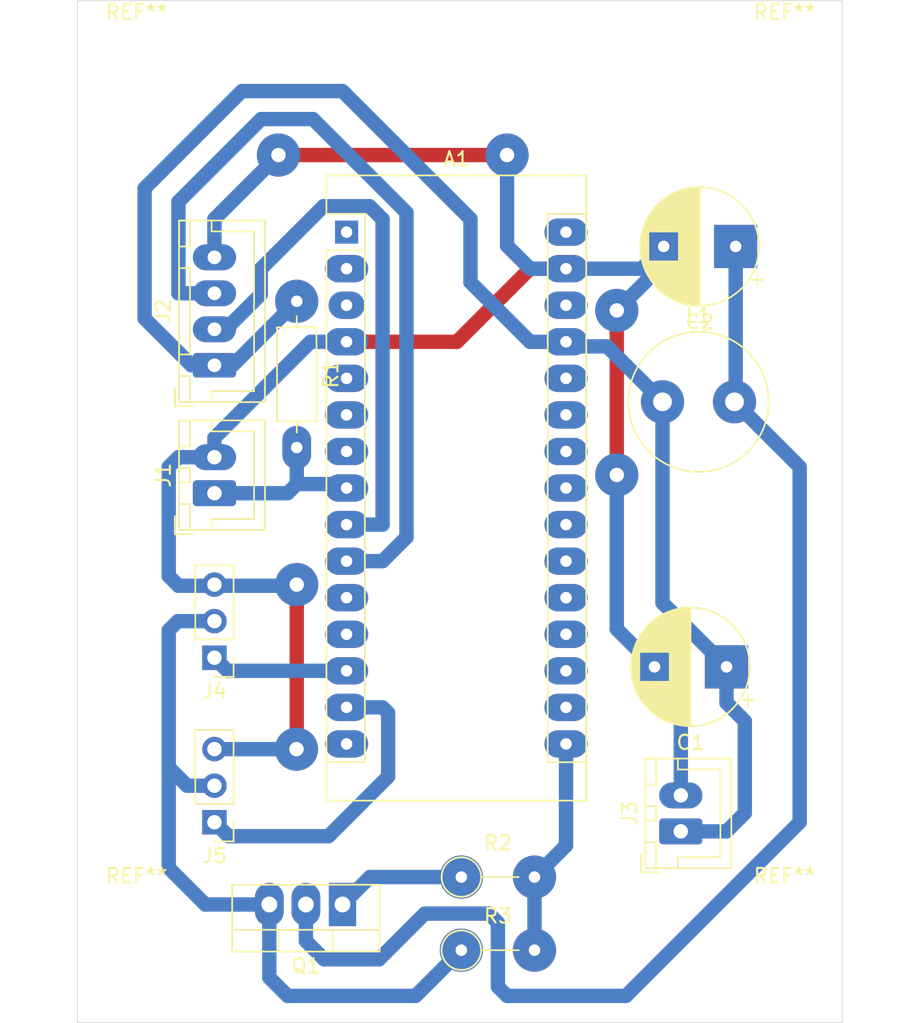
<source format=kicad_pcb>
(kicad_pcb (version 20171130) (host pcbnew 5.1.2-f72e74a~84~ubuntu18.04.1)

  (general
    (thickness 1.6)
    (drawings 4)
    (tracks 123)
    (zones 0)
    (modules 17)
    (nets 33)
  )

  (page A4)
  (layers
    (0 F.Cu signal)
    (31 B.Cu signal)
    (32 B.Adhes user)
    (33 F.Adhes user)
    (34 B.Paste user)
    (35 F.Paste user)
    (36 B.SilkS user)
    (37 F.SilkS user)
    (38 B.Mask user)
    (39 F.Mask user)
    (40 Dwgs.User user)
    (41 Cmts.User user)
    (42 Eco1.User user)
    (43 Eco2.User user)
    (44 Edge.Cuts user)
    (45 Margin user)
    (46 B.CrtYd user)
    (47 F.CrtYd user)
    (48 B.Fab user)
    (49 F.Fab user)
  )

  (setup
    (last_trace_width 1)
    (user_trace_width 0.5)
    (trace_clearance 0.5)
    (zone_clearance 0.508)
    (zone_45_only no)
    (trace_min 0.2)
    (via_size 3)
    (via_drill 1)
    (via_min_size 0.4)
    (via_min_drill 0.3)
    (uvia_size 0.3)
    (uvia_drill 0.1)
    (uvias_allowed no)
    (uvia_min_size 0.2)
    (uvia_min_drill 0.1)
    (edge_width 0.05)
    (segment_width 0.2)
    (pcb_text_width 0.3)
    (pcb_text_size 1.5 1.5)
    (mod_edge_width 0.12)
    (mod_text_size 1 1)
    (mod_text_width 0.15)
    (pad_size 3 3)
    (pad_drill 1.3)
    (pad_to_mask_clearance 0.051)
    (solder_mask_min_width 0.25)
    (aux_axis_origin 0 0)
    (visible_elements FFFFFF7F)
    (pcbplotparams
      (layerselection 0x010fc_ffffffff)
      (usegerberextensions false)
      (usegerberattributes false)
      (usegerberadvancedattributes false)
      (creategerberjobfile false)
      (excludeedgelayer true)
      (linewidth 0.100000)
      (plotframeref false)
      (viasonmask false)
      (mode 1)
      (useauxorigin false)
      (hpglpennumber 1)
      (hpglpenspeed 20)
      (hpglpendiameter 15.000000)
      (psnegative false)
      (psa4output false)
      (plotreference true)
      (plotvalue true)
      (plotinvisibletext false)
      (padsonsilk false)
      (subtractmaskfromsilk false)
      (outputformat 1)
      (mirror false)
      (drillshape 0)
      (scaleselection 1)
      (outputdirectory "gerber"))
  )

  (net 0 "")
  (net 1 "Net-(A1-Pad1)")
  (net 2 "Net-(A1-Pad17)")
  (net 3 "Net-(A1-Pad2)")
  (net 4 "Net-(A1-Pad18)")
  (net 5 "Net-(A1-Pad3)")
  (net 6 "Net-(A1-Pad19)")
  (net 7 GND)
  (net 8 "Net-(A1-Pad20)")
  (net 9 "Net-(A1-Pad5)")
  (net 10 "Net-(A1-Pad21)")
  (net 11 "Net-(A1-Pad6)")
  (net 12 "Net-(A1-Pad22)")
  (net 13 "Net-(A1-Pad7)")
  (net 14 "Net-(A1-Pad23)")
  (net 15 "Net-(A1-Pad8)")
  (net 16 "Net-(A1-Pad24)")
  (net 17 "Net-(A1-Pad9)")
  (net 18 "Net-(A1-Pad25)")
  (net 19 "Net-(A1-Pad10)")
  (net 20 "Net-(A1-Pad26)")
  (net 21 "Net-(A1-Pad11)")
  (net 22 +5V)
  (net 23 "Net-(A1-Pad12)")
  (net 24 "Net-(A1-Pad28)")
  (net 25 TOP)
  (net 26 BOT)
  (net 27 "Net-(A1-Pad15)")
  (net 28 "Net-(A1-Pad30)")
  (net 29 SERVO_ON)
  (net 30 "Net-(C2-Pad1)")
  (net 31 "Net-(J4-Pad2)")
  (net 32 "Net-(Q1-Pad1)")

  (net_class Default "This is the default net class."
    (clearance 0.5)
    (trace_width 1)
    (via_dia 3)
    (via_drill 1)
    (uvia_dia 0.3)
    (uvia_drill 0.1)
    (add_net +5V)
    (add_net BOT)
    (add_net GND)
    (add_net "Net-(A1-Pad1)")
    (add_net "Net-(A1-Pad10)")
    (add_net "Net-(A1-Pad11)")
    (add_net "Net-(A1-Pad12)")
    (add_net "Net-(A1-Pad15)")
    (add_net "Net-(A1-Pad17)")
    (add_net "Net-(A1-Pad18)")
    (add_net "Net-(A1-Pad19)")
    (add_net "Net-(A1-Pad2)")
    (add_net "Net-(A1-Pad20)")
    (add_net "Net-(A1-Pad21)")
    (add_net "Net-(A1-Pad22)")
    (add_net "Net-(A1-Pad23)")
    (add_net "Net-(A1-Pad24)")
    (add_net "Net-(A1-Pad25)")
    (add_net "Net-(A1-Pad26)")
    (add_net "Net-(A1-Pad28)")
    (add_net "Net-(A1-Pad3)")
    (add_net "Net-(A1-Pad30)")
    (add_net "Net-(A1-Pad5)")
    (add_net "Net-(A1-Pad6)")
    (add_net "Net-(A1-Pad7)")
    (add_net "Net-(A1-Pad8)")
    (add_net "Net-(A1-Pad9)")
    (add_net "Net-(C2-Pad1)")
    (add_net "Net-(J4-Pad2)")
    (add_net "Net-(Q1-Pad1)")
    (add_net SERVO_ON)
    (add_net TOP)
  )

  (module MountingHole:MountingHole_3.2mm_M3 (layer F.Cu) (tedit 56D1B4CB) (tstamp 5D1FFB84)
    (at 145 140)
    (descr "Mounting Hole 3.2mm, no annular, M3")
    (tags "mounting hole 3.2mm no annular m3")
    (attr virtual)
    (fp_text reference REF** (at 0 -4.2) (layer F.SilkS)
      (effects (font (size 1 1) (thickness 0.15)))
    )
    (fp_text value MountingHole_3.2mm_M3 (at 0 4.2) (layer F.Fab)
      (effects (font (size 1 1) (thickness 0.15)))
    )
    (fp_circle (center 0 0) (end 3.45 0) (layer F.CrtYd) (width 0.05))
    (fp_circle (center 0 0) (end 3.2 0) (layer Cmts.User) (width 0.15))
    (fp_text user %R (at 0.3 0) (layer F.Fab)
      (effects (font (size 1 1) (thickness 0.15)))
    )
    (pad 1 np_thru_hole circle (at 0 0) (size 3.2 3.2) (drill 3.2) (layers *.Cu *.Mask))
  )

  (module MountingHole:MountingHole_3.2mm_M3 (layer F.Cu) (tedit 56D1B4CB) (tstamp 5D1FFB6E)
    (at 100 140)
    (descr "Mounting Hole 3.2mm, no annular, M3")
    (tags "mounting hole 3.2mm no annular m3")
    (attr virtual)
    (fp_text reference REF** (at 0 -4.2) (layer F.SilkS)
      (effects (font (size 1 1) (thickness 0.15)))
    )
    (fp_text value MountingHole_3.2mm_M3 (at 0 4.2) (layer F.Fab)
      (effects (font (size 1 1) (thickness 0.15)))
    )
    (fp_circle (center 0 0) (end 3.45 0) (layer F.CrtYd) (width 0.05))
    (fp_circle (center 0 0) (end 3.2 0) (layer Cmts.User) (width 0.15))
    (fp_text user %R (at 0.3 0) (layer F.Fab)
      (effects (font (size 1 1) (thickness 0.15)))
    )
    (pad 1 np_thru_hole circle (at 0 0) (size 3.2 3.2) (drill 3.2) (layers *.Cu *.Mask))
  )

  (module MountingHole:MountingHole_3.2mm_M3 (layer F.Cu) (tedit 56D1B4CB) (tstamp 5D1FFB58)
    (at 100 80)
    (descr "Mounting Hole 3.2mm, no annular, M3")
    (tags "mounting hole 3.2mm no annular m3")
    (attr virtual)
    (fp_text reference REF** (at 0 -4.2) (layer F.SilkS)
      (effects (font (size 1 1) (thickness 0.15)))
    )
    (fp_text value MountingHole_3.2mm_M3 (at 0 4.2) (layer F.Fab)
      (effects (font (size 1 1) (thickness 0.15)))
    )
    (fp_circle (center 0 0) (end 3.45 0) (layer F.CrtYd) (width 0.05))
    (fp_circle (center 0 0) (end 3.2 0) (layer Cmts.User) (width 0.15))
    (fp_text user %R (at 0.3 0) (layer F.Fab)
      (effects (font (size 1 1) (thickness 0.15)))
    )
    (pad 1 np_thru_hole circle (at 0 0) (size 3.2 3.2) (drill 3.2) (layers *.Cu *.Mask))
  )

  (module MountingHole:MountingHole_3.2mm_M3 (layer F.Cu) (tedit 56D1B4CB) (tstamp 5D1FFB42)
    (at 145 80)
    (descr "Mounting Hole 3.2mm, no annular, M3")
    (tags "mounting hole 3.2mm no annular m3")
    (attr virtual)
    (fp_text reference REF** (at 0 -4.2) (layer F.SilkS)
      (effects (font (size 1 1) (thickness 0.15)))
    )
    (fp_text value MountingHole_3.2mm_M3 (at 0 4.2) (layer F.Fab)
      (effects (font (size 1 1) (thickness 0.15)))
    )
    (fp_circle (center 0 0) (end 3.45 0) (layer F.CrtYd) (width 0.05))
    (fp_circle (center 0 0) (end 3.2 0) (layer Cmts.User) (width 0.15))
    (fp_text user %R (at 0.3 0) (layer F.Fab)
      (effects (font (size 1 1) (thickness 0.15)))
    )
    (pad 1 np_thru_hole circle (at 0 0) (size 3.2 3.2) (drill 3.2) (layers *.Cu *.Mask))
  )

  (module Module:Arduino_Nano (layer F.Cu) (tedit 5D1FC385) (tstamp 5D1FD60A)
    (at 114.585001 91.080001)
    (descr "Arduino Nano, http://www.mouser.com/pdfdocs/Gravitech_Arduino_Nano3_0.pdf")
    (tags "Arduino Nano")
    (path /5D18DAF3)
    (fp_text reference A1 (at 7.62 -5.08) (layer F.SilkS)
      (effects (font (size 1 1) (thickness 0.15)))
    )
    (fp_text value Arduino_Nano_v3.x (at 8.89 19.05 90) (layer F.Fab)
      (effects (font (size 1 1) (thickness 0.15)))
    )
    (fp_text user %R (at 6.35 19.05 90) (layer F.Fab)
      (effects (font (size 1 1) (thickness 0.15)))
    )
    (fp_line (start 1.27 1.27) (end 1.27 -1.27) (layer F.SilkS) (width 0.12))
    (fp_line (start 1.27 -1.27) (end -1.4 -1.27) (layer F.SilkS) (width 0.12))
    (fp_line (start -1.4 1.27) (end -1.4 39.5) (layer F.SilkS) (width 0.12))
    (fp_line (start -1.4 -3.94) (end -1.4 -1.27) (layer F.SilkS) (width 0.12))
    (fp_line (start 13.97 -1.27) (end 16.64 -1.27) (layer F.SilkS) (width 0.12))
    (fp_line (start 13.97 -1.27) (end 13.97 36.83) (layer F.SilkS) (width 0.12))
    (fp_line (start 13.97 36.83) (end 16.64 36.83) (layer F.SilkS) (width 0.12))
    (fp_line (start 1.27 1.27) (end -1.4 1.27) (layer F.SilkS) (width 0.12))
    (fp_line (start 1.27 1.27) (end 1.27 36.83) (layer F.SilkS) (width 0.12))
    (fp_line (start 1.27 36.83) (end -1.4 36.83) (layer F.SilkS) (width 0.12))
    (fp_line (start 3.81 31.75) (end 11.43 31.75) (layer F.Fab) (width 0.1))
    (fp_line (start 11.43 31.75) (end 11.43 41.91) (layer F.Fab) (width 0.1))
    (fp_line (start 11.43 41.91) (end 3.81 41.91) (layer F.Fab) (width 0.1))
    (fp_line (start 3.81 41.91) (end 3.81 31.75) (layer F.Fab) (width 0.1))
    (fp_line (start -1.4 39.5) (end 16.64 39.5) (layer F.SilkS) (width 0.12))
    (fp_line (start 16.64 39.5) (end 16.64 -3.94) (layer F.SilkS) (width 0.12))
    (fp_line (start 16.64 -3.94) (end -1.4 -3.94) (layer F.SilkS) (width 0.12))
    (fp_line (start 16.51 39.37) (end -1.27 39.37) (layer F.Fab) (width 0.1))
    (fp_line (start -1.27 39.37) (end -1.27 -2.54) (layer F.Fab) (width 0.1))
    (fp_line (start -1.27 -2.54) (end 0 -3.81) (layer F.Fab) (width 0.1))
    (fp_line (start 0 -3.81) (end 16.51 -3.81) (layer F.Fab) (width 0.1))
    (fp_line (start 16.51 -3.81) (end 16.51 39.37) (layer F.Fab) (width 0.1))
    (fp_line (start -1.53 -4.06) (end 16.75 -4.06) (layer F.CrtYd) (width 0.05))
    (fp_line (start -1.53 -4.06) (end -1.53 42.16) (layer F.CrtYd) (width 0.05))
    (fp_line (start 16.75 42.16) (end 16.75 -4.06) (layer F.CrtYd) (width 0.05))
    (fp_line (start 16.75 42.16) (end -1.53 42.16) (layer F.CrtYd) (width 0.05))
    (pad 1 thru_hole rect (at 0 0) (size 1.6 1.6) (drill 0.8) (layers *.Cu *.Mask)
      (net 1 "Net-(A1-Pad1)"))
    (pad 17 thru_hole oval (at 15.24 33.02) (size 3 1.9) (drill 0.8) (layers *.Cu *.Mask)
      (net 2 "Net-(A1-Pad17)"))
    (pad 2 thru_hole oval (at 0 2.54) (size 3 1.9) (drill 0.8) (layers *.Cu *.Mask)
      (net 3 "Net-(A1-Pad2)"))
    (pad 18 thru_hole oval (at 15.24 30.48) (size 3 1.9) (drill 0.8) (layers *.Cu *.Mask)
      (net 4 "Net-(A1-Pad18)"))
    (pad 3 thru_hole oval (at 0 5.08) (size 2.5 1.9) (drill 0.8) (layers *.Cu *.Mask)
      (net 5 "Net-(A1-Pad3)"))
    (pad 19 thru_hole oval (at 15.24 27.94) (size 3 1.9) (drill 0.8) (layers *.Cu *.Mask)
      (net 6 "Net-(A1-Pad19)"))
    (pad 4 thru_hole oval (at 0 7.62) (size 3 1.9) (drill 0.8) (layers *.Cu *.Mask)
      (net 7 GND))
    (pad 20 thru_hole oval (at 15.24 25.4) (size 3 1.9) (drill 0.8) (layers *.Cu *.Mask)
      (net 8 "Net-(A1-Pad20)"))
    (pad 5 thru_hole oval (at 0 10.16) (size 3 1.9) (drill 0.8) (layers *.Cu *.Mask)
      (net 9 "Net-(A1-Pad5)"))
    (pad 21 thru_hole oval (at 15.24 22.86) (size 3 1.9) (drill 0.8) (layers *.Cu *.Mask)
      (net 10 "Net-(A1-Pad21)"))
    (pad 6 thru_hole oval (at 0 12.7) (size 3 1.9) (drill 0.8) (layers *.Cu *.Mask)
      (net 11 "Net-(A1-Pad6)"))
    (pad 22 thru_hole oval (at 15.24 20.32) (size 3 1.9) (drill 0.8) (layers *.Cu *.Mask)
      (net 12 "Net-(A1-Pad22)"))
    (pad 7 thru_hole oval (at 0 15.24) (size 3 1.9) (drill 0.8) (layers *.Cu *.Mask)
      (net 13 "Net-(A1-Pad7)"))
    (pad 23 thru_hole oval (at 15.24 17.78) (size 3 1.9) (drill 0.8) (layers *.Cu *.Mask)
      (net 14 "Net-(A1-Pad23)"))
    (pad 8 thru_hole oval (at 0 17.78) (size 3 1.9) (drill 0.8) (layers *.Cu *.Mask)
      (net 15 "Net-(A1-Pad8)"))
    (pad 24 thru_hole oval (at 15.24 15.24) (size 3 1.9) (drill 0.8) (layers *.Cu *.Mask)
      (net 16 "Net-(A1-Pad24)"))
    (pad 9 thru_hole oval (at 0 20.32) (size 3 1.9) (drill 0.8) (layers *.Cu *.Mask)
      (net 17 "Net-(A1-Pad9)"))
    (pad 25 thru_hole oval (at 15.24 12.7) (size 3 1.9) (drill 0.8) (layers *.Cu *.Mask)
      (net 18 "Net-(A1-Pad25)"))
    (pad 10 thru_hole oval (at 0 22.86) (size 3 1.9) (drill 0.8) (layers *.Cu *.Mask)
      (net 19 "Net-(A1-Pad10)"))
    (pad 26 thru_hole oval (at 15.24 10.16) (size 3 1.9) (drill 0.8) (layers *.Cu *.Mask)
      (net 20 "Net-(A1-Pad26)"))
    (pad 11 thru_hole oval (at 0 25.4) (size 3 1.9) (drill 0.8) (layers *.Cu *.Mask)
      (net 21 "Net-(A1-Pad11)"))
    (pad 27 thru_hole oval (at 15.24 7.62) (size 3 1.9) (drill 0.8) (layers *.Cu *.Mask)
      (net 22 +5V))
    (pad 12 thru_hole oval (at 0 27.94) (size 3 1.9) (drill 0.8) (layers *.Cu *.Mask)
      (net 23 "Net-(A1-Pad12)"))
    (pad 28 thru_hole oval (at 15.24 5.08) (size 3 1.9) (drill 0.8) (layers *.Cu *.Mask)
      (net 24 "Net-(A1-Pad28)"))
    (pad 13 thru_hole oval (at 0 30.48) (size 3 1.9) (drill 0.8) (layers *.Cu *.Mask)
      (net 25 TOP))
    (pad 29 thru_hole oval (at 15.24 2.54) (size 3 1.9) (drill 0.8) (layers *.Cu *.Mask)
      (net 7 GND))
    (pad 14 thru_hole oval (at 0 33.02) (size 3 1.9) (drill 0.8) (layers *.Cu *.Mask)
      (net 26 BOT))
    (pad 30 thru_hole oval (at 15.24 0) (size 3 1.9) (drill 0.8) (layers *.Cu *.Mask)
      (net 28 "Net-(A1-Pad30)"))
    (pad 15 thru_hole oval (at 0 35.56) (size 3 1.9) (drill 0.8) (layers *.Cu *.Mask)
      (net 27 "Net-(A1-Pad15)"))
    (pad 16 thru_hole oval (at 15.24 35.56) (size 3 1.9) (drill 0.8) (layers *.Cu *.Mask)
      (net 29 SERVO_ON))
    (model ${KISYS3DMOD}/Module.3dshapes/Arduino_Nano_WithMountingHoles.wrl
      (at (xyz 0 0 0))
      (scale (xyz 1 1 1))
      (rotate (xyz 0 0 0))
    )
  )

  (module Capacitor_THT:CP_Radial_D8.0mm_P5.00mm (layer F.Cu) (tedit 5D1FC1D7) (tstamp 5D1FD6B3)
    (at 140.97 121.285 180)
    (descr "CP, Radial series, Radial, pin pitch=5.00mm, , diameter=8mm, Electrolytic Capacitor")
    (tags "CP Radial series Radial pin pitch 5.00mm  diameter 8mm Electrolytic Capacitor")
    (path /5D1A1C0C)
    (fp_text reference C1 (at 2.5 -5.25) (layer F.SilkS)
      (effects (font (size 1 1) (thickness 0.15)))
    )
    (fp_text value 100u (at 2.5 5.25) (layer F.Fab)
      (effects (font (size 1 1) (thickness 0.15)))
    )
    (fp_circle (center 2.5 0) (end 6.5 0) (layer F.Fab) (width 0.1))
    (fp_circle (center 2.5 0) (end 6.62 0) (layer F.SilkS) (width 0.12))
    (fp_circle (center 2.5 0) (end 6.75 0) (layer F.CrtYd) (width 0.05))
    (fp_line (start -0.926759 -1.7475) (end -0.126759 -1.7475) (layer F.Fab) (width 0.1))
    (fp_line (start -0.526759 -2.1475) (end -0.526759 -1.3475) (layer F.Fab) (width 0.1))
    (fp_line (start 2.5 -4.08) (end 2.5 4.08) (layer F.SilkS) (width 0.12))
    (fp_line (start 2.54 -4.08) (end 2.54 4.08) (layer F.SilkS) (width 0.12))
    (fp_line (start 2.58 -4.08) (end 2.58 4.08) (layer F.SilkS) (width 0.12))
    (fp_line (start 2.62 -4.079) (end 2.62 4.079) (layer F.SilkS) (width 0.12))
    (fp_line (start 2.66 -4.077) (end 2.66 4.077) (layer F.SilkS) (width 0.12))
    (fp_line (start 2.7 -4.076) (end 2.7 4.076) (layer F.SilkS) (width 0.12))
    (fp_line (start 2.74 -4.074) (end 2.74 4.074) (layer F.SilkS) (width 0.12))
    (fp_line (start 2.78 -4.071) (end 2.78 4.071) (layer F.SilkS) (width 0.12))
    (fp_line (start 2.82 -4.068) (end 2.82 4.068) (layer F.SilkS) (width 0.12))
    (fp_line (start 2.86 -4.065) (end 2.86 4.065) (layer F.SilkS) (width 0.12))
    (fp_line (start 2.9 -4.061) (end 2.9 4.061) (layer F.SilkS) (width 0.12))
    (fp_line (start 2.94 -4.057) (end 2.94 4.057) (layer F.SilkS) (width 0.12))
    (fp_line (start 2.98 -4.052) (end 2.98 4.052) (layer F.SilkS) (width 0.12))
    (fp_line (start 3.02 -4.048) (end 3.02 4.048) (layer F.SilkS) (width 0.12))
    (fp_line (start 3.06 -4.042) (end 3.06 4.042) (layer F.SilkS) (width 0.12))
    (fp_line (start 3.1 -4.037) (end 3.1 4.037) (layer F.SilkS) (width 0.12))
    (fp_line (start 3.14 -4.03) (end 3.14 4.03) (layer F.SilkS) (width 0.12))
    (fp_line (start 3.18 -4.024) (end 3.18 4.024) (layer F.SilkS) (width 0.12))
    (fp_line (start 3.221 -4.017) (end 3.221 4.017) (layer F.SilkS) (width 0.12))
    (fp_line (start 3.261 -4.01) (end 3.261 4.01) (layer F.SilkS) (width 0.12))
    (fp_line (start 3.301 -4.002) (end 3.301 4.002) (layer F.SilkS) (width 0.12))
    (fp_line (start 3.341 -3.994) (end 3.341 3.994) (layer F.SilkS) (width 0.12))
    (fp_line (start 3.381 -3.985) (end 3.381 3.985) (layer F.SilkS) (width 0.12))
    (fp_line (start 3.421 -3.976) (end 3.421 3.976) (layer F.SilkS) (width 0.12))
    (fp_line (start 3.461 -3.967) (end 3.461 3.967) (layer F.SilkS) (width 0.12))
    (fp_line (start 3.501 -3.957) (end 3.501 3.957) (layer F.SilkS) (width 0.12))
    (fp_line (start 3.541 -3.947) (end 3.541 3.947) (layer F.SilkS) (width 0.12))
    (fp_line (start 3.581 -3.936) (end 3.581 3.936) (layer F.SilkS) (width 0.12))
    (fp_line (start 3.621 -3.925) (end 3.621 3.925) (layer F.SilkS) (width 0.12))
    (fp_line (start 3.661 -3.914) (end 3.661 3.914) (layer F.SilkS) (width 0.12))
    (fp_line (start 3.701 -3.902) (end 3.701 3.902) (layer F.SilkS) (width 0.12))
    (fp_line (start 3.741 -3.889) (end 3.741 3.889) (layer F.SilkS) (width 0.12))
    (fp_line (start 3.781 -3.877) (end 3.781 3.877) (layer F.SilkS) (width 0.12))
    (fp_line (start 3.821 -3.863) (end 3.821 3.863) (layer F.SilkS) (width 0.12))
    (fp_line (start 3.861 -3.85) (end 3.861 3.85) (layer F.SilkS) (width 0.12))
    (fp_line (start 3.901 -3.835) (end 3.901 3.835) (layer F.SilkS) (width 0.12))
    (fp_line (start 3.941 -3.821) (end 3.941 3.821) (layer F.SilkS) (width 0.12))
    (fp_line (start 3.981 -3.805) (end 3.981 -1.04) (layer F.SilkS) (width 0.12))
    (fp_line (start 3.981 1.04) (end 3.981 3.805) (layer F.SilkS) (width 0.12))
    (fp_line (start 4.021 -3.79) (end 4.021 -1.04) (layer F.SilkS) (width 0.12))
    (fp_line (start 4.021 1.04) (end 4.021 3.79) (layer F.SilkS) (width 0.12))
    (fp_line (start 4.061 -3.774) (end 4.061 -1.04) (layer F.SilkS) (width 0.12))
    (fp_line (start 4.061 1.04) (end 4.061 3.774) (layer F.SilkS) (width 0.12))
    (fp_line (start 4.101 -3.757) (end 4.101 -1.04) (layer F.SilkS) (width 0.12))
    (fp_line (start 4.101 1.04) (end 4.101 3.757) (layer F.SilkS) (width 0.12))
    (fp_line (start 4.141 -3.74) (end 4.141 -1.04) (layer F.SilkS) (width 0.12))
    (fp_line (start 4.141 1.04) (end 4.141 3.74) (layer F.SilkS) (width 0.12))
    (fp_line (start 4.181 -3.722) (end 4.181 -1.04) (layer F.SilkS) (width 0.12))
    (fp_line (start 4.181 1.04) (end 4.181 3.722) (layer F.SilkS) (width 0.12))
    (fp_line (start 4.221 -3.704) (end 4.221 -1.04) (layer F.SilkS) (width 0.12))
    (fp_line (start 4.221 1.04) (end 4.221 3.704) (layer F.SilkS) (width 0.12))
    (fp_line (start 4.261 -3.686) (end 4.261 -1.04) (layer F.SilkS) (width 0.12))
    (fp_line (start 4.261 1.04) (end 4.261 3.686) (layer F.SilkS) (width 0.12))
    (fp_line (start 4.301 -3.666) (end 4.301 -1.04) (layer F.SilkS) (width 0.12))
    (fp_line (start 4.301 1.04) (end 4.301 3.666) (layer F.SilkS) (width 0.12))
    (fp_line (start 4.341 -3.647) (end 4.341 -1.04) (layer F.SilkS) (width 0.12))
    (fp_line (start 4.341 1.04) (end 4.341 3.647) (layer F.SilkS) (width 0.12))
    (fp_line (start 4.381 -3.627) (end 4.381 -1.04) (layer F.SilkS) (width 0.12))
    (fp_line (start 4.381 1.04) (end 4.381 3.627) (layer F.SilkS) (width 0.12))
    (fp_line (start 4.421 -3.606) (end 4.421 -1.04) (layer F.SilkS) (width 0.12))
    (fp_line (start 4.421 1.04) (end 4.421 3.606) (layer F.SilkS) (width 0.12))
    (fp_line (start 4.461 -3.584) (end 4.461 -1.04) (layer F.SilkS) (width 0.12))
    (fp_line (start 4.461 1.04) (end 4.461 3.584) (layer F.SilkS) (width 0.12))
    (fp_line (start 4.501 -3.562) (end 4.501 -1.04) (layer F.SilkS) (width 0.12))
    (fp_line (start 4.501 1.04) (end 4.501 3.562) (layer F.SilkS) (width 0.12))
    (fp_line (start 4.541 -3.54) (end 4.541 -1.04) (layer F.SilkS) (width 0.12))
    (fp_line (start 4.541 1.04) (end 4.541 3.54) (layer F.SilkS) (width 0.12))
    (fp_line (start 4.581 -3.517) (end 4.581 -1.04) (layer F.SilkS) (width 0.12))
    (fp_line (start 4.581 1.04) (end 4.581 3.517) (layer F.SilkS) (width 0.12))
    (fp_line (start 4.621 -3.493) (end 4.621 -1.04) (layer F.SilkS) (width 0.12))
    (fp_line (start 4.621 1.04) (end 4.621 3.493) (layer F.SilkS) (width 0.12))
    (fp_line (start 4.661 -3.469) (end 4.661 -1.04) (layer F.SilkS) (width 0.12))
    (fp_line (start 4.661 1.04) (end 4.661 3.469) (layer F.SilkS) (width 0.12))
    (fp_line (start 4.701 -3.444) (end 4.701 -1.04) (layer F.SilkS) (width 0.12))
    (fp_line (start 4.701 1.04) (end 4.701 3.444) (layer F.SilkS) (width 0.12))
    (fp_line (start 4.741 -3.418) (end 4.741 -1.04) (layer F.SilkS) (width 0.12))
    (fp_line (start 4.741 1.04) (end 4.741 3.418) (layer F.SilkS) (width 0.12))
    (fp_line (start 4.781 -3.392) (end 4.781 -1.04) (layer F.SilkS) (width 0.12))
    (fp_line (start 4.781 1.04) (end 4.781 3.392) (layer F.SilkS) (width 0.12))
    (fp_line (start 4.821 -3.365) (end 4.821 -1.04) (layer F.SilkS) (width 0.12))
    (fp_line (start 4.821 1.04) (end 4.821 3.365) (layer F.SilkS) (width 0.12))
    (fp_line (start 4.861 -3.338) (end 4.861 -1.04) (layer F.SilkS) (width 0.12))
    (fp_line (start 4.861 1.04) (end 4.861 3.338) (layer F.SilkS) (width 0.12))
    (fp_line (start 4.901 -3.309) (end 4.901 -1.04) (layer F.SilkS) (width 0.12))
    (fp_line (start 4.901 1.04) (end 4.901 3.309) (layer F.SilkS) (width 0.12))
    (fp_line (start 4.941 -3.28) (end 4.941 -1.04) (layer F.SilkS) (width 0.12))
    (fp_line (start 4.941 1.04) (end 4.941 3.28) (layer F.SilkS) (width 0.12))
    (fp_line (start 4.981 -3.25) (end 4.981 -1.04) (layer F.SilkS) (width 0.12))
    (fp_line (start 4.981 1.04) (end 4.981 3.25) (layer F.SilkS) (width 0.12))
    (fp_line (start 5.021 -3.22) (end 5.021 -1.04) (layer F.SilkS) (width 0.12))
    (fp_line (start 5.021 1.04) (end 5.021 3.22) (layer F.SilkS) (width 0.12))
    (fp_line (start 5.061 -3.189) (end 5.061 -1.04) (layer F.SilkS) (width 0.12))
    (fp_line (start 5.061 1.04) (end 5.061 3.189) (layer F.SilkS) (width 0.12))
    (fp_line (start 5.101 -3.156) (end 5.101 -1.04) (layer F.SilkS) (width 0.12))
    (fp_line (start 5.101 1.04) (end 5.101 3.156) (layer F.SilkS) (width 0.12))
    (fp_line (start 5.141 -3.124) (end 5.141 -1.04) (layer F.SilkS) (width 0.12))
    (fp_line (start 5.141 1.04) (end 5.141 3.124) (layer F.SilkS) (width 0.12))
    (fp_line (start 5.181 -3.09) (end 5.181 -1.04) (layer F.SilkS) (width 0.12))
    (fp_line (start 5.181 1.04) (end 5.181 3.09) (layer F.SilkS) (width 0.12))
    (fp_line (start 5.221 -3.055) (end 5.221 -1.04) (layer F.SilkS) (width 0.12))
    (fp_line (start 5.221 1.04) (end 5.221 3.055) (layer F.SilkS) (width 0.12))
    (fp_line (start 5.261 -3.019) (end 5.261 -1.04) (layer F.SilkS) (width 0.12))
    (fp_line (start 5.261 1.04) (end 5.261 3.019) (layer F.SilkS) (width 0.12))
    (fp_line (start 5.301 -2.983) (end 5.301 -1.04) (layer F.SilkS) (width 0.12))
    (fp_line (start 5.301 1.04) (end 5.301 2.983) (layer F.SilkS) (width 0.12))
    (fp_line (start 5.341 -2.945) (end 5.341 -1.04) (layer F.SilkS) (width 0.12))
    (fp_line (start 5.341 1.04) (end 5.341 2.945) (layer F.SilkS) (width 0.12))
    (fp_line (start 5.381 -2.907) (end 5.381 -1.04) (layer F.SilkS) (width 0.12))
    (fp_line (start 5.381 1.04) (end 5.381 2.907) (layer F.SilkS) (width 0.12))
    (fp_line (start 5.421 -2.867) (end 5.421 -1.04) (layer F.SilkS) (width 0.12))
    (fp_line (start 5.421 1.04) (end 5.421 2.867) (layer F.SilkS) (width 0.12))
    (fp_line (start 5.461 -2.826) (end 5.461 -1.04) (layer F.SilkS) (width 0.12))
    (fp_line (start 5.461 1.04) (end 5.461 2.826) (layer F.SilkS) (width 0.12))
    (fp_line (start 5.501 -2.784) (end 5.501 -1.04) (layer F.SilkS) (width 0.12))
    (fp_line (start 5.501 1.04) (end 5.501 2.784) (layer F.SilkS) (width 0.12))
    (fp_line (start 5.541 -2.741) (end 5.541 -1.04) (layer F.SilkS) (width 0.12))
    (fp_line (start 5.541 1.04) (end 5.541 2.741) (layer F.SilkS) (width 0.12))
    (fp_line (start 5.581 -2.697) (end 5.581 -1.04) (layer F.SilkS) (width 0.12))
    (fp_line (start 5.581 1.04) (end 5.581 2.697) (layer F.SilkS) (width 0.12))
    (fp_line (start 5.621 -2.651) (end 5.621 -1.04) (layer F.SilkS) (width 0.12))
    (fp_line (start 5.621 1.04) (end 5.621 2.651) (layer F.SilkS) (width 0.12))
    (fp_line (start 5.661 -2.604) (end 5.661 -1.04) (layer F.SilkS) (width 0.12))
    (fp_line (start 5.661 1.04) (end 5.661 2.604) (layer F.SilkS) (width 0.12))
    (fp_line (start 5.701 -2.556) (end 5.701 -1.04) (layer F.SilkS) (width 0.12))
    (fp_line (start 5.701 1.04) (end 5.701 2.556) (layer F.SilkS) (width 0.12))
    (fp_line (start 5.741 -2.505) (end 5.741 -1.04) (layer F.SilkS) (width 0.12))
    (fp_line (start 5.741 1.04) (end 5.741 2.505) (layer F.SilkS) (width 0.12))
    (fp_line (start 5.781 -2.454) (end 5.781 -1.04) (layer F.SilkS) (width 0.12))
    (fp_line (start 5.781 1.04) (end 5.781 2.454) (layer F.SilkS) (width 0.12))
    (fp_line (start 5.821 -2.4) (end 5.821 -1.04) (layer F.SilkS) (width 0.12))
    (fp_line (start 5.821 1.04) (end 5.821 2.4) (layer F.SilkS) (width 0.12))
    (fp_line (start 5.861 -2.345) (end 5.861 -1.04) (layer F.SilkS) (width 0.12))
    (fp_line (start 5.861 1.04) (end 5.861 2.345) (layer F.SilkS) (width 0.12))
    (fp_line (start 5.901 -2.287) (end 5.901 -1.04) (layer F.SilkS) (width 0.12))
    (fp_line (start 5.901 1.04) (end 5.901 2.287) (layer F.SilkS) (width 0.12))
    (fp_line (start 5.941 -2.228) (end 5.941 -1.04) (layer F.SilkS) (width 0.12))
    (fp_line (start 5.941 1.04) (end 5.941 2.228) (layer F.SilkS) (width 0.12))
    (fp_line (start 5.981 -2.166) (end 5.981 -1.04) (layer F.SilkS) (width 0.12))
    (fp_line (start 5.981 1.04) (end 5.981 2.166) (layer F.SilkS) (width 0.12))
    (fp_line (start 6.021 -2.102) (end 6.021 -1.04) (layer F.SilkS) (width 0.12))
    (fp_line (start 6.021 1.04) (end 6.021 2.102) (layer F.SilkS) (width 0.12))
    (fp_line (start 6.061 -2.034) (end 6.061 2.034) (layer F.SilkS) (width 0.12))
    (fp_line (start 6.101 -1.964) (end 6.101 1.964) (layer F.SilkS) (width 0.12))
    (fp_line (start 6.141 -1.89) (end 6.141 1.89) (layer F.SilkS) (width 0.12))
    (fp_line (start 6.181 -1.813) (end 6.181 1.813) (layer F.SilkS) (width 0.12))
    (fp_line (start 6.221 -1.731) (end 6.221 1.731) (layer F.SilkS) (width 0.12))
    (fp_line (start 6.261 -1.645) (end 6.261 1.645) (layer F.SilkS) (width 0.12))
    (fp_line (start 6.301 -1.552) (end 6.301 1.552) (layer F.SilkS) (width 0.12))
    (fp_line (start 6.341 -1.453) (end 6.341 1.453) (layer F.SilkS) (width 0.12))
    (fp_line (start 6.381 -1.346) (end 6.381 1.346) (layer F.SilkS) (width 0.12))
    (fp_line (start 6.421 -1.229) (end 6.421 1.229) (layer F.SilkS) (width 0.12))
    (fp_line (start 6.461 -1.098) (end 6.461 1.098) (layer F.SilkS) (width 0.12))
    (fp_line (start 6.501 -0.948) (end 6.501 0.948) (layer F.SilkS) (width 0.12))
    (fp_line (start 6.541 -0.768) (end 6.541 0.768) (layer F.SilkS) (width 0.12))
    (fp_line (start 6.581 -0.533) (end 6.581 0.533) (layer F.SilkS) (width 0.12))
    (fp_line (start -1.909698 -2.315) (end -1.109698 -2.315) (layer F.SilkS) (width 0.12))
    (fp_line (start -1.509698 -2.715) (end -1.509698 -1.915) (layer F.SilkS) (width 0.12))
    (fp_text user %R (at 2.5 0) (layer F.Fab)
      (effects (font (size 1 1) (thickness 0.15)))
    )
    (pad 1 thru_hole rect (at 0 0 180) (size 3 3) (drill 0.8) (layers *.Cu *.Mask)
      (net 22 +5V))
    (pad 2 thru_hole circle (at 5 0 180) (size 3 3) (drill 0.8) (layers *.Cu *.Mask)
      (net 7 GND))
    (model ${KISYS3DMOD}/Capacitor_THT.3dshapes/CP_Radial_D8.0mm_P5.00mm.wrl
      (at (xyz 0 0 0))
      (scale (xyz 1 1 1))
      (rotate (xyz 0 0 0))
    )
  )

  (module Capacitor_THT:CP_Radial_D8.0mm_P5.00mm (layer F.Cu) (tedit 5D1FC1CB) (tstamp 5D1FD75C)
    (at 141.605 92.075 180)
    (descr "CP, Radial series, Radial, pin pitch=5.00mm, , diameter=8mm, Electrolytic Capacitor")
    (tags "CP Radial series Radial pin pitch 5.00mm  diameter 8mm Electrolytic Capacitor")
    (path /5D1A21BD)
    (fp_text reference C2 (at 2.5 -5.25) (layer F.SilkS)
      (effects (font (size 1 1) (thickness 0.15)))
    )
    (fp_text value 100u (at 2.5 5.25) (layer F.Fab)
      (effects (font (size 1 1) (thickness 0.15)))
    )
    (fp_text user %R (at 2.5 0) (layer F.Fab)
      (effects (font (size 1 1) (thickness 0.15)))
    )
    (fp_line (start -1.509698 -2.715) (end -1.509698 -1.915) (layer F.SilkS) (width 0.12))
    (fp_line (start -1.909698 -2.315) (end -1.109698 -2.315) (layer F.SilkS) (width 0.12))
    (fp_line (start 6.581 -0.533) (end 6.581 0.533) (layer F.SilkS) (width 0.12))
    (fp_line (start 6.541 -0.768) (end 6.541 0.768) (layer F.SilkS) (width 0.12))
    (fp_line (start 6.501 -0.948) (end 6.501 0.948) (layer F.SilkS) (width 0.12))
    (fp_line (start 6.461 -1.098) (end 6.461 1.098) (layer F.SilkS) (width 0.12))
    (fp_line (start 6.421 -1.229) (end 6.421 1.229) (layer F.SilkS) (width 0.12))
    (fp_line (start 6.381 -1.346) (end 6.381 1.346) (layer F.SilkS) (width 0.12))
    (fp_line (start 6.341 -1.453) (end 6.341 1.453) (layer F.SilkS) (width 0.12))
    (fp_line (start 6.301 -1.552) (end 6.301 1.552) (layer F.SilkS) (width 0.12))
    (fp_line (start 6.261 -1.645) (end 6.261 1.645) (layer F.SilkS) (width 0.12))
    (fp_line (start 6.221 -1.731) (end 6.221 1.731) (layer F.SilkS) (width 0.12))
    (fp_line (start 6.181 -1.813) (end 6.181 1.813) (layer F.SilkS) (width 0.12))
    (fp_line (start 6.141 -1.89) (end 6.141 1.89) (layer F.SilkS) (width 0.12))
    (fp_line (start 6.101 -1.964) (end 6.101 1.964) (layer F.SilkS) (width 0.12))
    (fp_line (start 6.061 -2.034) (end 6.061 2.034) (layer F.SilkS) (width 0.12))
    (fp_line (start 6.021 1.04) (end 6.021 2.102) (layer F.SilkS) (width 0.12))
    (fp_line (start 6.021 -2.102) (end 6.021 -1.04) (layer F.SilkS) (width 0.12))
    (fp_line (start 5.981 1.04) (end 5.981 2.166) (layer F.SilkS) (width 0.12))
    (fp_line (start 5.981 -2.166) (end 5.981 -1.04) (layer F.SilkS) (width 0.12))
    (fp_line (start 5.941 1.04) (end 5.941 2.228) (layer F.SilkS) (width 0.12))
    (fp_line (start 5.941 -2.228) (end 5.941 -1.04) (layer F.SilkS) (width 0.12))
    (fp_line (start 5.901 1.04) (end 5.901 2.287) (layer F.SilkS) (width 0.12))
    (fp_line (start 5.901 -2.287) (end 5.901 -1.04) (layer F.SilkS) (width 0.12))
    (fp_line (start 5.861 1.04) (end 5.861 2.345) (layer F.SilkS) (width 0.12))
    (fp_line (start 5.861 -2.345) (end 5.861 -1.04) (layer F.SilkS) (width 0.12))
    (fp_line (start 5.821 1.04) (end 5.821 2.4) (layer F.SilkS) (width 0.12))
    (fp_line (start 5.821 -2.4) (end 5.821 -1.04) (layer F.SilkS) (width 0.12))
    (fp_line (start 5.781 1.04) (end 5.781 2.454) (layer F.SilkS) (width 0.12))
    (fp_line (start 5.781 -2.454) (end 5.781 -1.04) (layer F.SilkS) (width 0.12))
    (fp_line (start 5.741 1.04) (end 5.741 2.505) (layer F.SilkS) (width 0.12))
    (fp_line (start 5.741 -2.505) (end 5.741 -1.04) (layer F.SilkS) (width 0.12))
    (fp_line (start 5.701 1.04) (end 5.701 2.556) (layer F.SilkS) (width 0.12))
    (fp_line (start 5.701 -2.556) (end 5.701 -1.04) (layer F.SilkS) (width 0.12))
    (fp_line (start 5.661 1.04) (end 5.661 2.604) (layer F.SilkS) (width 0.12))
    (fp_line (start 5.661 -2.604) (end 5.661 -1.04) (layer F.SilkS) (width 0.12))
    (fp_line (start 5.621 1.04) (end 5.621 2.651) (layer F.SilkS) (width 0.12))
    (fp_line (start 5.621 -2.651) (end 5.621 -1.04) (layer F.SilkS) (width 0.12))
    (fp_line (start 5.581 1.04) (end 5.581 2.697) (layer F.SilkS) (width 0.12))
    (fp_line (start 5.581 -2.697) (end 5.581 -1.04) (layer F.SilkS) (width 0.12))
    (fp_line (start 5.541 1.04) (end 5.541 2.741) (layer F.SilkS) (width 0.12))
    (fp_line (start 5.541 -2.741) (end 5.541 -1.04) (layer F.SilkS) (width 0.12))
    (fp_line (start 5.501 1.04) (end 5.501 2.784) (layer F.SilkS) (width 0.12))
    (fp_line (start 5.501 -2.784) (end 5.501 -1.04) (layer F.SilkS) (width 0.12))
    (fp_line (start 5.461 1.04) (end 5.461 2.826) (layer F.SilkS) (width 0.12))
    (fp_line (start 5.461 -2.826) (end 5.461 -1.04) (layer F.SilkS) (width 0.12))
    (fp_line (start 5.421 1.04) (end 5.421 2.867) (layer F.SilkS) (width 0.12))
    (fp_line (start 5.421 -2.867) (end 5.421 -1.04) (layer F.SilkS) (width 0.12))
    (fp_line (start 5.381 1.04) (end 5.381 2.907) (layer F.SilkS) (width 0.12))
    (fp_line (start 5.381 -2.907) (end 5.381 -1.04) (layer F.SilkS) (width 0.12))
    (fp_line (start 5.341 1.04) (end 5.341 2.945) (layer F.SilkS) (width 0.12))
    (fp_line (start 5.341 -2.945) (end 5.341 -1.04) (layer F.SilkS) (width 0.12))
    (fp_line (start 5.301 1.04) (end 5.301 2.983) (layer F.SilkS) (width 0.12))
    (fp_line (start 5.301 -2.983) (end 5.301 -1.04) (layer F.SilkS) (width 0.12))
    (fp_line (start 5.261 1.04) (end 5.261 3.019) (layer F.SilkS) (width 0.12))
    (fp_line (start 5.261 -3.019) (end 5.261 -1.04) (layer F.SilkS) (width 0.12))
    (fp_line (start 5.221 1.04) (end 5.221 3.055) (layer F.SilkS) (width 0.12))
    (fp_line (start 5.221 -3.055) (end 5.221 -1.04) (layer F.SilkS) (width 0.12))
    (fp_line (start 5.181 1.04) (end 5.181 3.09) (layer F.SilkS) (width 0.12))
    (fp_line (start 5.181 -3.09) (end 5.181 -1.04) (layer F.SilkS) (width 0.12))
    (fp_line (start 5.141 1.04) (end 5.141 3.124) (layer F.SilkS) (width 0.12))
    (fp_line (start 5.141 -3.124) (end 5.141 -1.04) (layer F.SilkS) (width 0.12))
    (fp_line (start 5.101 1.04) (end 5.101 3.156) (layer F.SilkS) (width 0.12))
    (fp_line (start 5.101 -3.156) (end 5.101 -1.04) (layer F.SilkS) (width 0.12))
    (fp_line (start 5.061 1.04) (end 5.061 3.189) (layer F.SilkS) (width 0.12))
    (fp_line (start 5.061 -3.189) (end 5.061 -1.04) (layer F.SilkS) (width 0.12))
    (fp_line (start 5.021 1.04) (end 5.021 3.22) (layer F.SilkS) (width 0.12))
    (fp_line (start 5.021 -3.22) (end 5.021 -1.04) (layer F.SilkS) (width 0.12))
    (fp_line (start 4.981 1.04) (end 4.981 3.25) (layer F.SilkS) (width 0.12))
    (fp_line (start 4.981 -3.25) (end 4.981 -1.04) (layer F.SilkS) (width 0.12))
    (fp_line (start 4.941 1.04) (end 4.941 3.28) (layer F.SilkS) (width 0.12))
    (fp_line (start 4.941 -3.28) (end 4.941 -1.04) (layer F.SilkS) (width 0.12))
    (fp_line (start 4.901 1.04) (end 4.901 3.309) (layer F.SilkS) (width 0.12))
    (fp_line (start 4.901 -3.309) (end 4.901 -1.04) (layer F.SilkS) (width 0.12))
    (fp_line (start 4.861 1.04) (end 4.861 3.338) (layer F.SilkS) (width 0.12))
    (fp_line (start 4.861 -3.338) (end 4.861 -1.04) (layer F.SilkS) (width 0.12))
    (fp_line (start 4.821 1.04) (end 4.821 3.365) (layer F.SilkS) (width 0.12))
    (fp_line (start 4.821 -3.365) (end 4.821 -1.04) (layer F.SilkS) (width 0.12))
    (fp_line (start 4.781 1.04) (end 4.781 3.392) (layer F.SilkS) (width 0.12))
    (fp_line (start 4.781 -3.392) (end 4.781 -1.04) (layer F.SilkS) (width 0.12))
    (fp_line (start 4.741 1.04) (end 4.741 3.418) (layer F.SilkS) (width 0.12))
    (fp_line (start 4.741 -3.418) (end 4.741 -1.04) (layer F.SilkS) (width 0.12))
    (fp_line (start 4.701 1.04) (end 4.701 3.444) (layer F.SilkS) (width 0.12))
    (fp_line (start 4.701 -3.444) (end 4.701 -1.04) (layer F.SilkS) (width 0.12))
    (fp_line (start 4.661 1.04) (end 4.661 3.469) (layer F.SilkS) (width 0.12))
    (fp_line (start 4.661 -3.469) (end 4.661 -1.04) (layer F.SilkS) (width 0.12))
    (fp_line (start 4.621 1.04) (end 4.621 3.493) (layer F.SilkS) (width 0.12))
    (fp_line (start 4.621 -3.493) (end 4.621 -1.04) (layer F.SilkS) (width 0.12))
    (fp_line (start 4.581 1.04) (end 4.581 3.517) (layer F.SilkS) (width 0.12))
    (fp_line (start 4.581 -3.517) (end 4.581 -1.04) (layer F.SilkS) (width 0.12))
    (fp_line (start 4.541 1.04) (end 4.541 3.54) (layer F.SilkS) (width 0.12))
    (fp_line (start 4.541 -3.54) (end 4.541 -1.04) (layer F.SilkS) (width 0.12))
    (fp_line (start 4.501 1.04) (end 4.501 3.562) (layer F.SilkS) (width 0.12))
    (fp_line (start 4.501 -3.562) (end 4.501 -1.04) (layer F.SilkS) (width 0.12))
    (fp_line (start 4.461 1.04) (end 4.461 3.584) (layer F.SilkS) (width 0.12))
    (fp_line (start 4.461 -3.584) (end 4.461 -1.04) (layer F.SilkS) (width 0.12))
    (fp_line (start 4.421 1.04) (end 4.421 3.606) (layer F.SilkS) (width 0.12))
    (fp_line (start 4.421 -3.606) (end 4.421 -1.04) (layer F.SilkS) (width 0.12))
    (fp_line (start 4.381 1.04) (end 4.381 3.627) (layer F.SilkS) (width 0.12))
    (fp_line (start 4.381 -3.627) (end 4.381 -1.04) (layer F.SilkS) (width 0.12))
    (fp_line (start 4.341 1.04) (end 4.341 3.647) (layer F.SilkS) (width 0.12))
    (fp_line (start 4.341 -3.647) (end 4.341 -1.04) (layer F.SilkS) (width 0.12))
    (fp_line (start 4.301 1.04) (end 4.301 3.666) (layer F.SilkS) (width 0.12))
    (fp_line (start 4.301 -3.666) (end 4.301 -1.04) (layer F.SilkS) (width 0.12))
    (fp_line (start 4.261 1.04) (end 4.261 3.686) (layer F.SilkS) (width 0.12))
    (fp_line (start 4.261 -3.686) (end 4.261 -1.04) (layer F.SilkS) (width 0.12))
    (fp_line (start 4.221 1.04) (end 4.221 3.704) (layer F.SilkS) (width 0.12))
    (fp_line (start 4.221 -3.704) (end 4.221 -1.04) (layer F.SilkS) (width 0.12))
    (fp_line (start 4.181 1.04) (end 4.181 3.722) (layer F.SilkS) (width 0.12))
    (fp_line (start 4.181 -3.722) (end 4.181 -1.04) (layer F.SilkS) (width 0.12))
    (fp_line (start 4.141 1.04) (end 4.141 3.74) (layer F.SilkS) (width 0.12))
    (fp_line (start 4.141 -3.74) (end 4.141 -1.04) (layer F.SilkS) (width 0.12))
    (fp_line (start 4.101 1.04) (end 4.101 3.757) (layer F.SilkS) (width 0.12))
    (fp_line (start 4.101 -3.757) (end 4.101 -1.04) (layer F.SilkS) (width 0.12))
    (fp_line (start 4.061 1.04) (end 4.061 3.774) (layer F.SilkS) (width 0.12))
    (fp_line (start 4.061 -3.774) (end 4.061 -1.04) (layer F.SilkS) (width 0.12))
    (fp_line (start 4.021 1.04) (end 4.021 3.79) (layer F.SilkS) (width 0.12))
    (fp_line (start 4.021 -3.79) (end 4.021 -1.04) (layer F.SilkS) (width 0.12))
    (fp_line (start 3.981 1.04) (end 3.981 3.805) (layer F.SilkS) (width 0.12))
    (fp_line (start 3.981 -3.805) (end 3.981 -1.04) (layer F.SilkS) (width 0.12))
    (fp_line (start 3.941 -3.821) (end 3.941 3.821) (layer F.SilkS) (width 0.12))
    (fp_line (start 3.901 -3.835) (end 3.901 3.835) (layer F.SilkS) (width 0.12))
    (fp_line (start 3.861 -3.85) (end 3.861 3.85) (layer F.SilkS) (width 0.12))
    (fp_line (start 3.821 -3.863) (end 3.821 3.863) (layer F.SilkS) (width 0.12))
    (fp_line (start 3.781 -3.877) (end 3.781 3.877) (layer F.SilkS) (width 0.12))
    (fp_line (start 3.741 -3.889) (end 3.741 3.889) (layer F.SilkS) (width 0.12))
    (fp_line (start 3.701 -3.902) (end 3.701 3.902) (layer F.SilkS) (width 0.12))
    (fp_line (start 3.661 -3.914) (end 3.661 3.914) (layer F.SilkS) (width 0.12))
    (fp_line (start 3.621 -3.925) (end 3.621 3.925) (layer F.SilkS) (width 0.12))
    (fp_line (start 3.581 -3.936) (end 3.581 3.936) (layer F.SilkS) (width 0.12))
    (fp_line (start 3.541 -3.947) (end 3.541 3.947) (layer F.SilkS) (width 0.12))
    (fp_line (start 3.501 -3.957) (end 3.501 3.957) (layer F.SilkS) (width 0.12))
    (fp_line (start 3.461 -3.967) (end 3.461 3.967) (layer F.SilkS) (width 0.12))
    (fp_line (start 3.421 -3.976) (end 3.421 3.976) (layer F.SilkS) (width 0.12))
    (fp_line (start 3.381 -3.985) (end 3.381 3.985) (layer F.SilkS) (width 0.12))
    (fp_line (start 3.341 -3.994) (end 3.341 3.994) (layer F.SilkS) (width 0.12))
    (fp_line (start 3.301 -4.002) (end 3.301 4.002) (layer F.SilkS) (width 0.12))
    (fp_line (start 3.261 -4.01) (end 3.261 4.01) (layer F.SilkS) (width 0.12))
    (fp_line (start 3.221 -4.017) (end 3.221 4.017) (layer F.SilkS) (width 0.12))
    (fp_line (start 3.18 -4.024) (end 3.18 4.024) (layer F.SilkS) (width 0.12))
    (fp_line (start 3.14 -4.03) (end 3.14 4.03) (layer F.SilkS) (width 0.12))
    (fp_line (start 3.1 -4.037) (end 3.1 4.037) (layer F.SilkS) (width 0.12))
    (fp_line (start 3.06 -4.042) (end 3.06 4.042) (layer F.SilkS) (width 0.12))
    (fp_line (start 3.02 -4.048) (end 3.02 4.048) (layer F.SilkS) (width 0.12))
    (fp_line (start 2.98 -4.052) (end 2.98 4.052) (layer F.SilkS) (width 0.12))
    (fp_line (start 2.94 -4.057) (end 2.94 4.057) (layer F.SilkS) (width 0.12))
    (fp_line (start 2.9 -4.061) (end 2.9 4.061) (layer F.SilkS) (width 0.12))
    (fp_line (start 2.86 -4.065) (end 2.86 4.065) (layer F.SilkS) (width 0.12))
    (fp_line (start 2.82 -4.068) (end 2.82 4.068) (layer F.SilkS) (width 0.12))
    (fp_line (start 2.78 -4.071) (end 2.78 4.071) (layer F.SilkS) (width 0.12))
    (fp_line (start 2.74 -4.074) (end 2.74 4.074) (layer F.SilkS) (width 0.12))
    (fp_line (start 2.7 -4.076) (end 2.7 4.076) (layer F.SilkS) (width 0.12))
    (fp_line (start 2.66 -4.077) (end 2.66 4.077) (layer F.SilkS) (width 0.12))
    (fp_line (start 2.62 -4.079) (end 2.62 4.079) (layer F.SilkS) (width 0.12))
    (fp_line (start 2.58 -4.08) (end 2.58 4.08) (layer F.SilkS) (width 0.12))
    (fp_line (start 2.54 -4.08) (end 2.54 4.08) (layer F.SilkS) (width 0.12))
    (fp_line (start 2.5 -4.08) (end 2.5 4.08) (layer F.SilkS) (width 0.12))
    (fp_line (start -0.526759 -2.1475) (end -0.526759 -1.3475) (layer F.Fab) (width 0.1))
    (fp_line (start -0.926759 -1.7475) (end -0.126759 -1.7475) (layer F.Fab) (width 0.1))
    (fp_circle (center 2.5 0) (end 6.75 0) (layer F.CrtYd) (width 0.05))
    (fp_circle (center 2.5 0) (end 6.62 0) (layer F.SilkS) (width 0.12))
    (fp_circle (center 2.5 0) (end 6.5 0) (layer F.Fab) (width 0.1))
    (pad 2 thru_hole circle (at 5 0 180) (size 3 3) (drill 0.8) (layers *.Cu *.Mask)
      (net 7 GND))
    (pad 1 thru_hole rect (at 0 0 180) (size 3 3) (drill 0.8) (layers *.Cu *.Mask)
      (net 30 "Net-(C2-Pad1)"))
    (model ${KISYS3DMOD}/Capacitor_THT.3dshapes/CP_Radial_D8.0mm_P5.00mm.wrl
      (at (xyz 0 0 0))
      (scale (xyz 1 1 1))
      (rotate (xyz 0 0 0))
    )
  )

  (module Connector_JST:JST_XH_B02B-XH-A_1x02_P2.50mm_Vertical (layer F.Cu) (tedit 5D1FBF9C) (tstamp 5D1FD785)
    (at 105.41 109.22 90)
    (descr "JST XH series connector, B02B-XH-A (http://www.jst-mfg.com/product/pdf/eng/eXH.pdf), generated with kicad-footprint-generator")
    (tags "connector JST XH side entry")
    (path /5D18DF97)
    (fp_text reference J1 (at 1.25 -3.55 90) (layer F.SilkS)
      (effects (font (size 1 1) (thickness 0.15)))
    )
    (fp_text value Conn_01x02 (at 1.25 4.6 90) (layer F.Fab)
      (effects (font (size 1 1) (thickness 0.15)))
    )
    (fp_line (start -2.45 -2.35) (end -2.45 3.4) (layer F.Fab) (width 0.1))
    (fp_line (start -2.45 3.4) (end 4.95 3.4) (layer F.Fab) (width 0.1))
    (fp_line (start 4.95 3.4) (end 4.95 -2.35) (layer F.Fab) (width 0.1))
    (fp_line (start 4.95 -2.35) (end -2.45 -2.35) (layer F.Fab) (width 0.1))
    (fp_line (start -2.56 -2.46) (end -2.56 3.51) (layer F.SilkS) (width 0.12))
    (fp_line (start -2.56 3.51) (end 5.06 3.51) (layer F.SilkS) (width 0.12))
    (fp_line (start 5.06 3.51) (end 5.06 -2.46) (layer F.SilkS) (width 0.12))
    (fp_line (start 5.06 -2.46) (end -2.56 -2.46) (layer F.SilkS) (width 0.12))
    (fp_line (start -2.95 -2.85) (end -2.95 3.9) (layer F.CrtYd) (width 0.05))
    (fp_line (start -2.95 3.9) (end 5.45 3.9) (layer F.CrtYd) (width 0.05))
    (fp_line (start 5.45 3.9) (end 5.45 -2.85) (layer F.CrtYd) (width 0.05))
    (fp_line (start 5.45 -2.85) (end -2.95 -2.85) (layer F.CrtYd) (width 0.05))
    (fp_line (start -0.625 -2.35) (end 0 -1.35) (layer F.Fab) (width 0.1))
    (fp_line (start 0 -1.35) (end 0.625 -2.35) (layer F.Fab) (width 0.1))
    (fp_line (start 0.75 -2.45) (end 0.75 -1.7) (layer F.SilkS) (width 0.12))
    (fp_line (start 0.75 -1.7) (end 1.75 -1.7) (layer F.SilkS) (width 0.12))
    (fp_line (start 1.75 -1.7) (end 1.75 -2.45) (layer F.SilkS) (width 0.12))
    (fp_line (start 1.75 -2.45) (end 0.75 -2.45) (layer F.SilkS) (width 0.12))
    (fp_line (start -2.55 -2.45) (end -2.55 -1.7) (layer F.SilkS) (width 0.12))
    (fp_line (start -2.55 -1.7) (end -0.75 -1.7) (layer F.SilkS) (width 0.12))
    (fp_line (start -0.75 -1.7) (end -0.75 -2.45) (layer F.SilkS) (width 0.12))
    (fp_line (start -0.75 -2.45) (end -2.55 -2.45) (layer F.SilkS) (width 0.12))
    (fp_line (start 3.25 -2.45) (end 3.25 -1.7) (layer F.SilkS) (width 0.12))
    (fp_line (start 3.25 -1.7) (end 5.05 -1.7) (layer F.SilkS) (width 0.12))
    (fp_line (start 5.05 -1.7) (end 5.05 -2.45) (layer F.SilkS) (width 0.12))
    (fp_line (start 5.05 -2.45) (end 3.25 -2.45) (layer F.SilkS) (width 0.12))
    (fp_line (start -2.55 -0.2) (end -1.8 -0.2) (layer F.SilkS) (width 0.12))
    (fp_line (start -1.8 -0.2) (end -1.8 2.75) (layer F.SilkS) (width 0.12))
    (fp_line (start -1.8 2.75) (end 1.25 2.75) (layer F.SilkS) (width 0.12))
    (fp_line (start 5.05 -0.2) (end 4.3 -0.2) (layer F.SilkS) (width 0.12))
    (fp_line (start 4.3 -0.2) (end 4.3 2.75) (layer F.SilkS) (width 0.12))
    (fp_line (start 4.3 2.75) (end 1.25 2.75) (layer F.SilkS) (width 0.12))
    (fp_line (start -1.6 -2.75) (end -2.85 -2.75) (layer F.SilkS) (width 0.12))
    (fp_line (start -2.85 -2.75) (end -2.85 -1.5) (layer F.SilkS) (width 0.12))
    (fp_text user %R (at 1.25 2.7 90) (layer F.Fab)
      (effects (font (size 1 1) (thickness 0.15)))
    )
    (pad 1 thru_hole roundrect (at 0 0 90) (size 1.8 3) (drill 1) (layers *.Cu *.Mask) (roundrect_rratio 0.147)
      (net 15 "Net-(A1-Pad8)"))
    (pad 2 thru_hole oval (at 2.5 0 90) (size 1.8 3) (drill 1) (layers *.Cu *.Mask)
      (net 7 GND))
    (model ${KISYS3DMOD}/Connector_JST.3dshapes/JST_XH_B02B-XH-A_1x02_P2.50mm_Vertical.wrl
      (at (xyz 0 0 0))
      (scale (xyz 1 1 1))
      (rotate (xyz 0 0 0))
    )
  )

  (module Connector_JST:JST_XH_B04B-XH-A_1x04_P2.50mm_Vertical (layer F.Cu) (tedit 5D1FBF74) (tstamp 5D1FD7B0)
    (at 105.41 100.33 90)
    (descr "JST XH series connector, B04B-XH-A (http://www.jst-mfg.com/product/pdf/eng/eXH.pdf), generated with kicad-footprint-generator")
    (tags "connector JST XH side entry")
    (path /5D18EA70)
    (fp_text reference J2 (at 3.75 -3.55 90) (layer F.SilkS)
      (effects (font (size 1 1) (thickness 0.15)))
    )
    (fp_text value Conn_01x04 (at 3.75 4.6 90) (layer F.Fab)
      (effects (font (size 1 1) (thickness 0.15)))
    )
    (fp_line (start -2.45 -2.35) (end -2.45 3.4) (layer F.Fab) (width 0.1))
    (fp_line (start -2.45 3.4) (end 9.95 3.4) (layer F.Fab) (width 0.1))
    (fp_line (start 9.95 3.4) (end 9.95 -2.35) (layer F.Fab) (width 0.1))
    (fp_line (start 9.95 -2.35) (end -2.45 -2.35) (layer F.Fab) (width 0.1))
    (fp_line (start -2.56 -2.46) (end -2.56 3.51) (layer F.SilkS) (width 0.12))
    (fp_line (start -2.56 3.51) (end 10.06 3.51) (layer F.SilkS) (width 0.12))
    (fp_line (start 10.06 3.51) (end 10.06 -2.46) (layer F.SilkS) (width 0.12))
    (fp_line (start 10.06 -2.46) (end -2.56 -2.46) (layer F.SilkS) (width 0.12))
    (fp_line (start -2.95 -2.85) (end -2.95 3.9) (layer F.CrtYd) (width 0.05))
    (fp_line (start -2.95 3.9) (end 10.45 3.9) (layer F.CrtYd) (width 0.05))
    (fp_line (start 10.45 3.9) (end 10.45 -2.85) (layer F.CrtYd) (width 0.05))
    (fp_line (start 10.45 -2.85) (end -2.95 -2.85) (layer F.CrtYd) (width 0.05))
    (fp_line (start -0.625 -2.35) (end 0 -1.35) (layer F.Fab) (width 0.1))
    (fp_line (start 0 -1.35) (end 0.625 -2.35) (layer F.Fab) (width 0.1))
    (fp_line (start 0.75 -2.45) (end 0.75 -1.7) (layer F.SilkS) (width 0.12))
    (fp_line (start 0.75 -1.7) (end 6.75 -1.7) (layer F.SilkS) (width 0.12))
    (fp_line (start 6.75 -1.7) (end 6.75 -2.45) (layer F.SilkS) (width 0.12))
    (fp_line (start 6.75 -2.45) (end 0.75 -2.45) (layer F.SilkS) (width 0.12))
    (fp_line (start -2.55 -2.45) (end -2.55 -1.7) (layer F.SilkS) (width 0.12))
    (fp_line (start -2.55 -1.7) (end -0.75 -1.7) (layer F.SilkS) (width 0.12))
    (fp_line (start -0.75 -1.7) (end -0.75 -2.45) (layer F.SilkS) (width 0.12))
    (fp_line (start -0.75 -2.45) (end -2.55 -2.45) (layer F.SilkS) (width 0.12))
    (fp_line (start 8.25 -2.45) (end 8.25 -1.7) (layer F.SilkS) (width 0.12))
    (fp_line (start 8.25 -1.7) (end 10.05 -1.7) (layer F.SilkS) (width 0.12))
    (fp_line (start 10.05 -1.7) (end 10.05 -2.45) (layer F.SilkS) (width 0.12))
    (fp_line (start 10.05 -2.45) (end 8.25 -2.45) (layer F.SilkS) (width 0.12))
    (fp_line (start -2.55 -0.2) (end -1.8 -0.2) (layer F.SilkS) (width 0.12))
    (fp_line (start -1.8 -0.2) (end -1.8 2.75) (layer F.SilkS) (width 0.12))
    (fp_line (start -1.8 2.75) (end 3.75 2.75) (layer F.SilkS) (width 0.12))
    (fp_line (start 10.05 -0.2) (end 9.3 -0.2) (layer F.SilkS) (width 0.12))
    (fp_line (start 9.3 -0.2) (end 9.3 2.75) (layer F.SilkS) (width 0.12))
    (fp_line (start 9.3 2.75) (end 3.75 2.75) (layer F.SilkS) (width 0.12))
    (fp_line (start -1.6 -2.75) (end -2.85 -2.75) (layer F.SilkS) (width 0.12))
    (fp_line (start -2.85 -2.75) (end -2.85 -1.5) (layer F.SilkS) (width 0.12))
    (fp_text user %R (at 3.75 2.7 90) (layer F.Fab)
      (effects (font (size 1 1) (thickness 0.15)))
    )
    (pad 1 thru_hole roundrect (at 0 0 90) (size 1.7 3) (drill 0.95) (layers *.Cu *.Mask) (roundrect_rratio 0.147)
      (net 22 +5V))
    (pad 2 thru_hole oval (at 2.5 0 90) (size 1.8 3) (drill 0.95) (layers *.Cu *.Mask)
      (net 17 "Net-(A1-Pad9)"))
    (pad 3 thru_hole oval (at 5 0 90) (size 1.8 3) (drill 0.95) (layers *.Cu *.Mask)
      (net 19 "Net-(A1-Pad10)"))
    (pad 4 thru_hole oval (at 7.5 0 90) (size 1.8 3) (drill 0.95) (layers *.Cu *.Mask)
      (net 7 GND))
    (model ${KISYS3DMOD}/Connector_JST.3dshapes/JST_XH_B04B-XH-A_1x04_P2.50mm_Vertical.wrl
      (at (xyz 0 0 0))
      (scale (xyz 1 1 1))
      (rotate (xyz 0 0 0))
    )
  )

  (module Connector_JST:JST_XH_B02B-XH-A_1x02_P2.50mm_Vertical (layer F.Cu) (tedit 5B7754C5) (tstamp 5D1FD7D9)
    (at 137.795 132.715 90)
    (descr "JST XH series connector, B02B-XH-A (http://www.jst-mfg.com/product/pdf/eng/eXH.pdf), generated with kicad-footprint-generator")
    (tags "connector JST XH side entry")
    (path /5D18E8D1)
    (fp_text reference J3 (at 1.25 -3.55 90) (layer F.SilkS)
      (effects (font (size 1 1) (thickness 0.15)))
    )
    (fp_text value Conn_01x02 (at 1.25 4.6 90) (layer F.Fab)
      (effects (font (size 1 1) (thickness 0.15)))
    )
    (fp_text user %R (at 1.25 2.7 90) (layer F.Fab)
      (effects (font (size 1 1) (thickness 0.15)))
    )
    (fp_line (start -2.85 -2.75) (end -2.85 -1.5) (layer F.SilkS) (width 0.12))
    (fp_line (start -1.6 -2.75) (end -2.85 -2.75) (layer F.SilkS) (width 0.12))
    (fp_line (start 4.3 2.75) (end 1.25 2.75) (layer F.SilkS) (width 0.12))
    (fp_line (start 4.3 -0.2) (end 4.3 2.75) (layer F.SilkS) (width 0.12))
    (fp_line (start 5.05 -0.2) (end 4.3 -0.2) (layer F.SilkS) (width 0.12))
    (fp_line (start -1.8 2.75) (end 1.25 2.75) (layer F.SilkS) (width 0.12))
    (fp_line (start -1.8 -0.2) (end -1.8 2.75) (layer F.SilkS) (width 0.12))
    (fp_line (start -2.55 -0.2) (end -1.8 -0.2) (layer F.SilkS) (width 0.12))
    (fp_line (start 5.05 -2.45) (end 3.25 -2.45) (layer F.SilkS) (width 0.12))
    (fp_line (start 5.05 -1.7) (end 5.05 -2.45) (layer F.SilkS) (width 0.12))
    (fp_line (start 3.25 -1.7) (end 5.05 -1.7) (layer F.SilkS) (width 0.12))
    (fp_line (start 3.25 -2.45) (end 3.25 -1.7) (layer F.SilkS) (width 0.12))
    (fp_line (start -0.75 -2.45) (end -2.55 -2.45) (layer F.SilkS) (width 0.12))
    (fp_line (start -0.75 -1.7) (end -0.75 -2.45) (layer F.SilkS) (width 0.12))
    (fp_line (start -2.55 -1.7) (end -0.75 -1.7) (layer F.SilkS) (width 0.12))
    (fp_line (start -2.55 -2.45) (end -2.55 -1.7) (layer F.SilkS) (width 0.12))
    (fp_line (start 1.75 -2.45) (end 0.75 -2.45) (layer F.SilkS) (width 0.12))
    (fp_line (start 1.75 -1.7) (end 1.75 -2.45) (layer F.SilkS) (width 0.12))
    (fp_line (start 0.75 -1.7) (end 1.75 -1.7) (layer F.SilkS) (width 0.12))
    (fp_line (start 0.75 -2.45) (end 0.75 -1.7) (layer F.SilkS) (width 0.12))
    (fp_line (start 0 -1.35) (end 0.625 -2.35) (layer F.Fab) (width 0.1))
    (fp_line (start -0.625 -2.35) (end 0 -1.35) (layer F.Fab) (width 0.1))
    (fp_line (start 5.45 -2.85) (end -2.95 -2.85) (layer F.CrtYd) (width 0.05))
    (fp_line (start 5.45 3.9) (end 5.45 -2.85) (layer F.CrtYd) (width 0.05))
    (fp_line (start -2.95 3.9) (end 5.45 3.9) (layer F.CrtYd) (width 0.05))
    (fp_line (start -2.95 -2.85) (end -2.95 3.9) (layer F.CrtYd) (width 0.05))
    (fp_line (start 5.06 -2.46) (end -2.56 -2.46) (layer F.SilkS) (width 0.12))
    (fp_line (start 5.06 3.51) (end 5.06 -2.46) (layer F.SilkS) (width 0.12))
    (fp_line (start -2.56 3.51) (end 5.06 3.51) (layer F.SilkS) (width 0.12))
    (fp_line (start -2.56 -2.46) (end -2.56 3.51) (layer F.SilkS) (width 0.12))
    (fp_line (start 4.95 -2.35) (end -2.45 -2.35) (layer F.Fab) (width 0.1))
    (fp_line (start 4.95 3.4) (end 4.95 -2.35) (layer F.Fab) (width 0.1))
    (fp_line (start -2.45 3.4) (end 4.95 3.4) (layer F.Fab) (width 0.1))
    (fp_line (start -2.45 -2.35) (end -2.45 3.4) (layer F.Fab) (width 0.1))
    (pad 2 thru_hole oval (at 2.5 0 90) (size 1.8 3) (drill 1) (layers *.Cu *.Mask)
      (net 7 GND))
    (pad 1 thru_hole roundrect (at 0 0 90) (size 1.8 3) (drill 1) (layers *.Cu *.Mask) (roundrect_rratio 0.147)
      (net 22 +5V))
    (model ${KISYS3DMOD}/Connector_JST.3dshapes/JST_XH_B02B-XH-A_1x02_P2.50mm_Vertical.wrl
      (at (xyz 0 0 0))
      (scale (xyz 1 1 1))
      (rotate (xyz 0 0 0))
    )
  )

  (module Connector_PinHeader_2.54mm:PinHeader_1x03_P2.54mm_Vertical (layer F.Cu) (tedit 59FED5CC) (tstamp 5D20671A)
    (at 105.41 120.65 180)
    (descr "Through hole straight pin header, 1x03, 2.54mm pitch, single row")
    (tags "Through hole pin header THT 1x03 2.54mm single row")
    (path /5D199E95)
    (fp_text reference J4 (at 0 -2.33) (layer F.SilkS)
      (effects (font (size 1 1) (thickness 0.15)))
    )
    (fp_text value Conn_01x03 (at 0 7.41) (layer F.Fab)
      (effects (font (size 1 1) (thickness 0.15)))
    )
    (fp_line (start -0.635 -1.27) (end 1.27 -1.27) (layer F.Fab) (width 0.1))
    (fp_line (start 1.27 -1.27) (end 1.27 6.35) (layer F.Fab) (width 0.1))
    (fp_line (start 1.27 6.35) (end -1.27 6.35) (layer F.Fab) (width 0.1))
    (fp_line (start -1.27 6.35) (end -1.27 -0.635) (layer F.Fab) (width 0.1))
    (fp_line (start -1.27 -0.635) (end -0.635 -1.27) (layer F.Fab) (width 0.1))
    (fp_line (start -1.33 6.41) (end 1.33 6.41) (layer F.SilkS) (width 0.12))
    (fp_line (start -1.33 1.27) (end -1.33 6.41) (layer F.SilkS) (width 0.12))
    (fp_line (start 1.33 1.27) (end 1.33 6.41) (layer F.SilkS) (width 0.12))
    (fp_line (start -1.33 1.27) (end 1.33 1.27) (layer F.SilkS) (width 0.12))
    (fp_line (start -1.33 0) (end -1.33 -1.33) (layer F.SilkS) (width 0.12))
    (fp_line (start -1.33 -1.33) (end 0 -1.33) (layer F.SilkS) (width 0.12))
    (fp_line (start -1.8 -1.8) (end -1.8 6.85) (layer F.CrtYd) (width 0.05))
    (fp_line (start -1.8 6.85) (end 1.8 6.85) (layer F.CrtYd) (width 0.05))
    (fp_line (start 1.8 6.85) (end 1.8 -1.8) (layer F.CrtYd) (width 0.05))
    (fp_line (start 1.8 -1.8) (end -1.8 -1.8) (layer F.CrtYd) (width 0.05))
    (fp_text user %R (at 0 2.54 90) (layer F.Fab)
      (effects (font (size 1 1) (thickness 0.15)))
    )
    (pad 1 thru_hole rect (at 0 0 180) (size 1.7 1.7) (drill 1) (layers *.Cu *.Mask)
      (net 25 TOP))
    (pad 2 thru_hole oval (at 0 2.54 180) (size 1.7 1.7) (drill 1) (layers *.Cu *.Mask)
      (net 31 "Net-(J4-Pad2)"))
    (pad 3 thru_hole oval (at 0 5.08 180) (size 1.7 1.7) (drill 1) (layers *.Cu *.Mask)
      (net 7 GND))
    (model ${KISYS3DMOD}/Connector_PinHeader_2.54mm.3dshapes/PinHeader_1x03_P2.54mm_Vertical.wrl
      (at (xyz 0 0 0))
      (scale (xyz 1 1 1))
      (rotate (xyz 0 0 0))
    )
  )

  (module Connector_PinHeader_2.54mm:PinHeader_1x03_P2.54mm_Vertical (layer F.Cu) (tedit 59FED5CC) (tstamp 5D206730)
    (at 105.41 132.08 180)
    (descr "Through hole straight pin header, 1x03, 2.54mm pitch, single row")
    (tags "Through hole pin header THT 1x03 2.54mm single row")
    (path /5D19A45C)
    (fp_text reference J5 (at 0 -2.33) (layer F.SilkS)
      (effects (font (size 1 1) (thickness 0.15)))
    )
    (fp_text value Conn_01x03 (at 0 7.41) (layer F.Fab)
      (effects (font (size 1 1) (thickness 0.15)))
    )
    (fp_text user %R (at 0 2.54 90) (layer F.Fab)
      (effects (font (size 1 1) (thickness 0.15)))
    )
    (fp_line (start 1.8 -1.8) (end -1.8 -1.8) (layer F.CrtYd) (width 0.05))
    (fp_line (start 1.8 6.85) (end 1.8 -1.8) (layer F.CrtYd) (width 0.05))
    (fp_line (start -1.8 6.85) (end 1.8 6.85) (layer F.CrtYd) (width 0.05))
    (fp_line (start -1.8 -1.8) (end -1.8 6.85) (layer F.CrtYd) (width 0.05))
    (fp_line (start -1.33 -1.33) (end 0 -1.33) (layer F.SilkS) (width 0.12))
    (fp_line (start -1.33 0) (end -1.33 -1.33) (layer F.SilkS) (width 0.12))
    (fp_line (start -1.33 1.27) (end 1.33 1.27) (layer F.SilkS) (width 0.12))
    (fp_line (start 1.33 1.27) (end 1.33 6.41) (layer F.SilkS) (width 0.12))
    (fp_line (start -1.33 1.27) (end -1.33 6.41) (layer F.SilkS) (width 0.12))
    (fp_line (start -1.33 6.41) (end 1.33 6.41) (layer F.SilkS) (width 0.12))
    (fp_line (start -1.27 -0.635) (end -0.635 -1.27) (layer F.Fab) (width 0.1))
    (fp_line (start -1.27 6.35) (end -1.27 -0.635) (layer F.Fab) (width 0.1))
    (fp_line (start 1.27 6.35) (end -1.27 6.35) (layer F.Fab) (width 0.1))
    (fp_line (start 1.27 -1.27) (end 1.27 6.35) (layer F.Fab) (width 0.1))
    (fp_line (start -0.635 -1.27) (end 1.27 -1.27) (layer F.Fab) (width 0.1))
    (pad 3 thru_hole oval (at 0 5.08 180) (size 1.7 1.7) (drill 1) (layers *.Cu *.Mask)
      (net 7 GND))
    (pad 2 thru_hole oval (at 0 2.54 180) (size 1.7 1.7) (drill 1) (layers *.Cu *.Mask)
      (net 31 "Net-(J4-Pad2)"))
    (pad 1 thru_hole rect (at 0 0 180) (size 1.7 1.7) (drill 1) (layers *.Cu *.Mask)
      (net 26 BOT))
    (model ${KISYS3DMOD}/Connector_PinHeader_2.54mm.3dshapes/PinHeader_1x03_P2.54mm_Vertical.wrl
      (at (xyz 0 0 0))
      (scale (xyz 1 1 1))
      (rotate (xyz 0 0 0))
    )
  )

  (module Resistor_THT:R_Axial_DIN0207_L6.3mm_D2.5mm_P10.16mm_Horizontal (layer F.Cu) (tedit 5D2063E7) (tstamp 5D206746)
    (at 111.125 95.885 270)
    (descr "Resistor, Axial_DIN0207 series, Axial, Horizontal, pin pitch=10.16mm, 0.25W = 1/4W, length*diameter=6.3*2.5mm^2, http://cdn-reichelt.de/documents/datenblatt/B400/1_4W%23YAG.pdf")
    (tags "Resistor Axial_DIN0207 series Axial Horizontal pin pitch 10.16mm 0.25W = 1/4W length 6.3mm diameter 2.5mm")
    (path /5D1953C7)
    (fp_text reference R1 (at 5.08 -2.37 90) (layer F.SilkS)
      (effects (font (size 1 1) (thickness 0.15)))
    )
    (fp_text value 10k (at 5.08 2.37 90) (layer F.Fab)
      (effects (font (size 1 1) (thickness 0.15)))
    )
    (fp_line (start 1.93 -1.25) (end 1.93 1.25) (layer F.Fab) (width 0.1))
    (fp_line (start 1.93 1.25) (end 8.23 1.25) (layer F.Fab) (width 0.1))
    (fp_line (start 8.23 1.25) (end 8.23 -1.25) (layer F.Fab) (width 0.1))
    (fp_line (start 8.23 -1.25) (end 1.93 -1.25) (layer F.Fab) (width 0.1))
    (fp_line (start 0 0) (end 1.93 0) (layer F.Fab) (width 0.1))
    (fp_line (start 10.16 0) (end 8.23 0) (layer F.Fab) (width 0.1))
    (fp_line (start 1.81 -1.37) (end 1.81 1.37) (layer F.SilkS) (width 0.12))
    (fp_line (start 1.81 1.37) (end 8.35 1.37) (layer F.SilkS) (width 0.12))
    (fp_line (start 8.35 1.37) (end 8.35 -1.37) (layer F.SilkS) (width 0.12))
    (fp_line (start 8.35 -1.37) (end 1.81 -1.37) (layer F.SilkS) (width 0.12))
    (fp_line (start 1.04 0) (end 1.81 0) (layer F.SilkS) (width 0.12))
    (fp_line (start 9.12 0) (end 8.35 0) (layer F.SilkS) (width 0.12))
    (fp_line (start -1.05 -1.5) (end -1.05 1.5) (layer F.CrtYd) (width 0.05))
    (fp_line (start -1.05 1.5) (end 11.21 1.5) (layer F.CrtYd) (width 0.05))
    (fp_line (start 11.21 1.5) (end 11.21 -1.5) (layer F.CrtYd) (width 0.05))
    (fp_line (start 11.21 -1.5) (end -1.05 -1.5) (layer F.CrtYd) (width 0.05))
    (fp_text user %R (at 5.08 0 90) (layer F.Fab)
      (effects (font (size 1 1) (thickness 0.15)))
    )
    (pad 1 thru_hole circle (at 0 0 270) (size 3 3) (drill 0.8) (layers *.Cu *.Mask)
      (net 22 +5V))
    (pad 2 thru_hole oval (at 10.16 0 270) (size 3 2) (drill 0.8) (layers *.Cu *.Mask)
      (net 15 "Net-(A1-Pad8)"))
    (model ${KISYS3DMOD}/Resistor_THT.3dshapes/R_Axial_DIN0207_L6.3mm_D2.5mm_P10.16mm_Horizontal.wrl
      (at (xyz 0 0 0))
      (scale (xyz 1 1 1))
      (rotate (xyz 0 0 0))
    )
  )

  (module Inductor_THT:L_Radial_D9.5mm_P5.00mm_Fastron_07HVP (layer F.Cu) (tedit 5D41C0F5) (tstamp 5D41FA78)
    (at 136.525 102.87)
    (descr "Inductor, Radial series, Radial, pin pitch=5.00mm, , diameter=9.5mm, Fastron, 07HVP, http://www.fastrongroup.com/image-show/107/07HVP%2007HVP_T.pdf?type=Complete-DataSheet&productType=series")
    (tags "Inductor Radial series Radial pin pitch 5.00mm  diameter 9.5mm Fastron 07HVP")
    (path /5D43549D)
    (fp_text reference L1 (at 2.5 -6) (layer F.SilkS)
      (effects (font (size 1 1) (thickness 0.15)))
    )
    (fp_text value "10 mH" (at 2.5 6) (layer F.Fab)
      (effects (font (size 1 1) (thickness 0.15)))
    )
    (fp_circle (center 2.5 0) (end 7.25 0) (layer F.Fab) (width 0.1))
    (fp_circle (center 2.5 0) (end 7.37 0) (layer F.SilkS) (width 0.12))
    (fp_circle (center 2.5 0) (end 7.5 0) (layer F.CrtYd) (width 0.05))
    (fp_text user %R (at 2.5 0) (layer F.Fab)
      (effects (font (size 1 1) (thickness 0.15)))
    )
    (pad 1 thru_hole circle (at 0 0) (size 3 3) (drill 1.3) (layers *.Cu *.Mask)
      (net 22 +5V))
    (pad 2 thru_hole circle (at 5 0) (size 3 3) (drill 1.3) (layers *.Cu *.Mask)
      (net 30 "Net-(C2-Pad1)"))
    (model ${KISYS3DMOD}/Inductor_THT.3dshapes/L_Radial_D9.5mm_P5.00mm_Fastron_07HVP.wrl
      (at (xyz 0 0 0))
      (scale (xyz 1 1 1))
      (rotate (xyz 0 0 0))
    )
  )

  (module Package_TO_SOT_THT:TO-220-3_Vertical (layer F.Cu) (tedit 5D41C0CA) (tstamp 5D41FA92)
    (at 114.3 137.795 180)
    (descr "TO-220-3, Vertical, RM 2.54mm, see https://www.vishay.com/docs/66542/to-220-1.pdf")
    (tags "TO-220-3 Vertical RM 2.54mm")
    (path /5D426E91)
    (fp_text reference Q1 (at 2.54 -4.27) (layer F.SilkS)
      (effects (font (size 1 1) (thickness 0.15)))
    )
    (fp_text value IRFZ44N (at 2.54 2.5) (layer F.Fab)
      (effects (font (size 1 1) (thickness 0.15)))
    )
    (fp_line (start -2.46 -3.15) (end -2.46 1.25) (layer F.Fab) (width 0.1))
    (fp_line (start -2.46 1.25) (end 7.54 1.25) (layer F.Fab) (width 0.1))
    (fp_line (start 7.54 1.25) (end 7.54 -3.15) (layer F.Fab) (width 0.1))
    (fp_line (start 7.54 -3.15) (end -2.46 -3.15) (layer F.Fab) (width 0.1))
    (fp_line (start -2.46 -1.88) (end 7.54 -1.88) (layer F.Fab) (width 0.1))
    (fp_line (start 0.69 -3.15) (end 0.69 -1.88) (layer F.Fab) (width 0.1))
    (fp_line (start 4.39 -3.15) (end 4.39 -1.88) (layer F.Fab) (width 0.1))
    (fp_line (start -2.58 -3.27) (end 7.66 -3.27) (layer F.SilkS) (width 0.12))
    (fp_line (start -2.58 1.371) (end 7.66 1.371) (layer F.SilkS) (width 0.12))
    (fp_line (start -2.58 -3.27) (end -2.58 1.371) (layer F.SilkS) (width 0.12))
    (fp_line (start 7.66 -3.27) (end 7.66 1.371) (layer F.SilkS) (width 0.12))
    (fp_line (start -2.58 -1.76) (end 7.66 -1.76) (layer F.SilkS) (width 0.12))
    (fp_line (start 0.69 -3.27) (end 0.69 -1.76) (layer F.SilkS) (width 0.12))
    (fp_line (start 4.391 -3.27) (end 4.391 -1.76) (layer F.SilkS) (width 0.12))
    (fp_line (start -2.71 -3.4) (end -2.71 1.51) (layer F.CrtYd) (width 0.05))
    (fp_line (start -2.71 1.51) (end 7.79 1.51) (layer F.CrtYd) (width 0.05))
    (fp_line (start 7.79 1.51) (end 7.79 -3.4) (layer F.CrtYd) (width 0.05))
    (fp_line (start 7.79 -3.4) (end -2.71 -3.4) (layer F.CrtYd) (width 0.05))
    (fp_text user %R (at 2.54 -4.27) (layer F.Fab)
      (effects (font (size 1 1) (thickness 0.15)))
    )
    (pad 1 thru_hole rect (at 0 0 180) (size 1.905 3) (drill 1.1) (layers *.Cu *.Mask)
      (net 32 "Net-(Q1-Pad1)"))
    (pad 2 thru_hole oval (at 2.54 0 180) (size 2 3) (drill 1.1) (layers *.Cu *.Mask)
      (net 30 "Net-(C2-Pad1)"))
    (pad 3 thru_hole oval (at 5.08 0 180) (size 2 3) (drill 1.1) (layers *.Cu *.Mask)
      (net 31 "Net-(J4-Pad2)"))
    (model ${KISYS3DMOD}/Package_TO_SOT_THT.3dshapes/TO-220-3_Vertical.wrl
      (at (xyz 0 0 0))
      (scale (xyz 1 1 1))
      (rotate (xyz 0 0 0))
    )
  )

  (module Resistor_THT:R_Axial_DIN0207_L6.3mm_D2.5mm_P5.08mm_Vertical (layer F.Cu) (tedit 5D41C0D0) (tstamp 5D41FF04)
    (at 122.555 135.89)
    (descr "Resistor, Axial_DIN0207 series, Axial, Vertical, pin pitch=5.08mm, 0.25W = 1/4W, length*diameter=6.3*2.5mm^2, http://cdn-reichelt.de/documents/datenblatt/B400/1_4W%23YAG.pdf")
    (tags "Resistor Axial_DIN0207 series Axial Vertical pin pitch 5.08mm 0.25W = 1/4W length 6.3mm diameter 2.5mm")
    (path /5D4624B6)
    (fp_text reference R2 (at 2.54 -2.37) (layer F.SilkS)
      (effects (font (size 1 1) (thickness 0.15)))
    )
    (fp_text value 1K (at 2.54 2.37) (layer F.Fab)
      (effects (font (size 1 1) (thickness 0.15)))
    )
    (fp_circle (center 0 0) (end 1.25 0) (layer F.Fab) (width 0.1))
    (fp_circle (center 0 0) (end 1.37 0) (layer F.SilkS) (width 0.12))
    (fp_line (start 0 0) (end 5.08 0) (layer F.Fab) (width 0.1))
    (fp_line (start 1.37 0) (end 3.98 0) (layer F.SilkS) (width 0.12))
    (fp_line (start -1.5 -1.5) (end -1.5 1.5) (layer F.CrtYd) (width 0.05))
    (fp_line (start -1.5 1.5) (end 6.13 1.5) (layer F.CrtYd) (width 0.05))
    (fp_line (start 6.13 1.5) (end 6.13 -1.5) (layer F.CrtYd) (width 0.05))
    (fp_line (start 6.13 -1.5) (end -1.5 -1.5) (layer F.CrtYd) (width 0.05))
    (fp_text user %R (at 2.54 -2.37) (layer F.Fab)
      (effects (font (size 1 1) (thickness 0.15)))
    )
    (pad 1 thru_hole circle (at 0 0) (size 3 3) (drill 0.8) (layers *.Cu *.Mask)
      (net 32 "Net-(Q1-Pad1)"))
    (pad 2 thru_hole oval (at 5.08 0) (size 3 3) (drill 0.8) (layers *.Cu *.Mask)
      (net 29 SERVO_ON))
    (model ${KISYS3DMOD}/Resistor_THT.3dshapes/R_Axial_DIN0207_L6.3mm_D2.5mm_P5.08mm_Vertical.wrl
      (at (xyz 0 0 0))
      (scale (xyz 1 1 1))
      (rotate (xyz 0 0 0))
    )
  )

  (module Resistor_THT:R_Axial_DIN0207_L6.3mm_D2.5mm_P5.08mm_Vertical (layer F.Cu) (tedit 5D41C0E0) (tstamp 5D41FF13)
    (at 122.555 140.97)
    (descr "Resistor, Axial_DIN0207 series, Axial, Vertical, pin pitch=5.08mm, 0.25W = 1/4W, length*diameter=6.3*2.5mm^2, http://cdn-reichelt.de/documents/datenblatt/B400/1_4W%23YAG.pdf")
    (tags "Resistor Axial_DIN0207 series Axial Vertical pin pitch 5.08mm 0.25W = 1/4W length 6.3mm diameter 2.5mm")
    (path /5D462815)
    (fp_text reference R3 (at 2.54 -2.37) (layer F.SilkS)
      (effects (font (size 1 1) (thickness 0.15)))
    )
    (fp_text value 10K (at 2.54 2.37) (layer F.Fab)
      (effects (font (size 1 1) (thickness 0.15)))
    )
    (fp_text user %R (at 2.54 -2.37) (layer F.Fab)
      (effects (font (size 1 1) (thickness 0.15)))
    )
    (fp_line (start 6.13 -1.5) (end -1.5 -1.5) (layer F.CrtYd) (width 0.05))
    (fp_line (start 6.13 1.5) (end 6.13 -1.5) (layer F.CrtYd) (width 0.05))
    (fp_line (start -1.5 1.5) (end 6.13 1.5) (layer F.CrtYd) (width 0.05))
    (fp_line (start -1.5 -1.5) (end -1.5 1.5) (layer F.CrtYd) (width 0.05))
    (fp_line (start 1.37 0) (end 3.98 0) (layer F.SilkS) (width 0.12))
    (fp_line (start 0 0) (end 5.08 0) (layer F.Fab) (width 0.1))
    (fp_circle (center 0 0) (end 1.37 0) (layer F.SilkS) (width 0.12))
    (fp_circle (center 0 0) (end 1.25 0) (layer F.Fab) (width 0.1))
    (pad 2 thru_hole oval (at 5.08 0) (size 3 3) (drill 0.8) (layers *.Cu *.Mask)
      (net 29 SERVO_ON))
    (pad 1 thru_hole circle (at 0 0) (size 3 3) (drill 0.8) (layers *.Cu *.Mask)
      (net 31 "Net-(J4-Pad2)"))
    (model ${KISYS3DMOD}/Resistor_THT.3dshapes/R_Axial_DIN0207_L6.3mm_D2.5mm_P5.08mm_Vertical.wrl
      (at (xyz 0 0 0))
      (scale (xyz 1 1 1))
      (rotate (xyz 0 0 0))
    )
  )

  (gr_line (start 149 146) (end 95.885 146) (layer Edge.Cuts) (width 0.05))
  (gr_line (start 95.885 146) (end 95.885 75) (layer Edge.Cuts) (width 0.05))
  (gr_line (start 149 75) (end 149 146) (layer Edge.Cuts) (width 0.05))
  (gr_line (start 95.885 75) (end 149 75) (layer Edge.Cuts) (width 0.05))

  (segment (start 105.41 115.65) (end 111.045 115.65) (width 1) (layer B.Cu) (net 7))
  (via (at 111.125 115.57) (size 3) (drill 1) (layers F.Cu B.Cu) (net 7))
  (segment (start 111.045 115.65) (end 111.125 115.57) (width 1) (layer B.Cu) (net 7))
  (via (at 111.107319 127.002187) (size 3) (drill 1) (layers F.Cu B.Cu) (net 7))
  (segment (start 111.125 115.57) (end 111.125 126.984506) (width 1) (layer F.Cu) (net 7))
  (segment (start 111.125 126.984506) (end 111.107319 127.002187) (width 1) (layer F.Cu) (net 7))
  (segment (start 105.487813 127.002187) (end 105.41 127.08) (width 1) (layer B.Cu) (net 7))
  (segment (start 111.107319 127.002187) (end 105.487813 127.002187) (width 1) (layer B.Cu) (net 7))
  (segment (start 102.91 115.65) (end 105.41 115.65) (width 1) (layer B.Cu) (net 7))
  (segment (start 102.235 114.975) (end 102.91 115.65) (width 1) (layer B.Cu) (net 7))
  (segment (start 102.91 106.72) (end 102.235 107.395) (width 1) (layer B.Cu) (net 7))
  (segment (start 102.235 107.395) (end 102.235 114.975) (width 1) (layer B.Cu) (net 7))
  (segment (start 105.41 106.72) (end 102.91 106.72) (width 1) (layer B.Cu) (net 7))
  (segment (start 105.41 105.375002) (end 105.41 106.72) (width 1) (layer B.Cu) (net 7))
  (segment (start 112.085001 98.700001) (end 105.41 105.375002) (width 1) (layer B.Cu) (net 7))
  (segment (start 114.585001 98.700001) (end 112.085001 98.700001) (width 1) (layer B.Cu) (net 7))
  (segment (start 105.41 92.83) (end 105.41 90.17) (width 1) (layer B.Cu) (net 7))
  (segment (start 105.41 90.17) (end 109.855 85.725) (width 1) (layer B.Cu) (net 7))
  (via (at 109.855 85.725) (size 3) (drill 1) (layers F.Cu B.Cu) (net 7))
  (via (at 125.73 85.725) (size 3) (drill 1) (layers F.Cu B.Cu) (net 7))
  (segment (start 109.855 85.725) (end 125.73 85.725) (width 1) (layer F.Cu) (net 7))
  (segment (start 127.325001 93.620001) (end 129.825001 93.620001) (width 1) (layer B.Cu) (net 7))
  (segment (start 125.73 92.025) (end 127.325001 93.620001) (width 1) (layer B.Cu) (net 7))
  (segment (start 125.73 85.725) (end 125.73 92.025) (width 1) (layer B.Cu) (net 7))
  (segment (start 117.085001 98.700001) (end 114.585001 98.700001) (width 1) (layer F.Cu) (net 7))
  (segment (start 122.245001 98.700001) (end 117.085001 98.700001) (width 1) (layer F.Cu) (net 7))
  (segment (start 127.325001 93.620001) (end 122.245001 98.700001) (width 1) (layer F.Cu) (net 7))
  (segment (start 129.825001 93.620001) (end 127.325001 93.620001) (width 1) (layer F.Cu) (net 7))
  (segment (start 135.059999 93.620001) (end 129.825001 93.620001) (width 1) (layer B.Cu) (net 7))
  (segment (start 136.605 92.075) (end 135.059999 93.620001) (width 1) (layer B.Cu) (net 7))
  (segment (start 137.795 123.11) (end 135.97 121.285) (width 1) (layer B.Cu) (net 7))
  (segment (start 137.795 130.215) (end 137.795 123.11) (width 1) (layer B.Cu) (net 7))
  (via (at 133.35 96.52) (size 3) (drill 1) (layers F.Cu B.Cu) (net 7))
  (segment (start 136.605 92.075) (end 136.605 93.265) (width 1) (layer B.Cu) (net 7))
  (segment (start 136.605 93.265) (end 133.35 96.52) (width 1) (layer B.Cu) (net 7))
  (via (at 133.35 107.95) (size 3) (drill 1) (layers F.Cu B.Cu) (net 7))
  (segment (start 133.35 96.52) (end 133.35 107.95) (width 1) (layer F.Cu) (net 7))
  (segment (start 133.35 118.665) (end 135.97 121.285) (width 1) (layer B.Cu) (net 7))
  (segment (start 133.35 107.95) (end 133.35 118.665) (width 1) (layer B.Cu) (net 7))
  (segment (start 114.31 108.585) (end 114.585001 108.860001) (width 1) (layer B.Cu) (net 15))
  (segment (start 111.125 108.585) (end 114.31 108.585) (width 1) (layer B.Cu) (net 15))
  (segment (start 110.49 109.22) (end 111.125 108.585) (width 1) (layer B.Cu) (net 15))
  (segment (start 105.41 109.22) (end 110.49 109.22) (width 1) (layer B.Cu) (net 15))
  (segment (start 111.125 106.045) (end 111.125 108.585) (width 1) (layer B.Cu) (net 15))
  (segment (start 117.085011 90.180009) (end 117.085011 111.399991) (width 1) (layer B.Cu) (net 17))
  (segment (start 117.085011 111.399991) (end 117.085001 111.400001) (width 1) (layer B.Cu) (net 17))
  (segment (start 116.185002 89.28) (end 117.085011 90.180009) (width 1) (layer B.Cu) (net 17))
  (segment (start 112.985 89.28) (end 116.185002 89.28) (width 1) (layer B.Cu) (net 17))
  (segment (start 108.624999 93.640001) (end 112.985 89.28) (width 1) (layer B.Cu) (net 17))
  (segment (start 108.624999 95.40202) (end 108.624999 93.640001) (width 1) (layer B.Cu) (net 17))
  (segment (start 106.197019 97.83) (end 108.624999 95.40202) (width 1) (layer B.Cu) (net 17))
  (segment (start 117.085001 111.400001) (end 114.585001 111.400001) (width 1) (layer B.Cu) (net 17))
  (segment (start 105.41 97.83) (end 106.197019 97.83) (width 1) (layer B.Cu) (net 17))
  (segment (start 105.41 95.33) (end 102.91 95.33) (width 1) (layer B.Cu) (net 19))
  (segment (start 102.90999 95.32999) (end 102.90999 88.970006) (width 1) (layer B.Cu) (net 19))
  (segment (start 118.745 112.280002) (end 117.085001 113.940001) (width 1) (layer B.Cu) (net 19))
  (segment (start 102.91 95.33) (end 102.90999 95.32999) (width 1) (layer B.Cu) (net 19))
  (segment (start 112.251335 83.224998) (end 118.745 89.718663) (width 1) (layer B.Cu) (net 19))
  (segment (start 102.90999 88.970006) (end 108.654998 83.224998) (width 1) (layer B.Cu) (net 19))
  (segment (start 117.085001 113.940001) (end 114.585001 113.940001) (width 1) (layer B.Cu) (net 19))
  (segment (start 118.745 89.718663) (end 118.745 112.280002) (width 1) (layer B.Cu) (net 19))
  (segment (start 108.654998 83.224998) (end 112.251335 83.224998) (width 1) (layer B.Cu) (net 19))
  (segment (start 106.68 100.33) (end 105.41 100.33) (width 1) (layer B.Cu) (net 22))
  (segment (start 111.125 95.885) (end 106.68 100.33) (width 1) (layer B.Cu) (net 22))
  (segment (start 105.41 100.33) (end 103.81 100.33) (width 1) (layer B.Cu) (net 22))
  (segment (start 103.81 100.33) (end 100.560011 97.080011) (width 1) (layer B.Cu) (net 22))
  (segment (start 100.560011 97.080011) (end 100.560011 88.034989) (width 1) (layer B.Cu) (net 22))
  (segment (start 123.19 90.17) (end 123.19 94.565) (width 1) (layer B.Cu) (net 22))
  (segment (start 107.315 81.28) (end 114.3 81.28) (width 1) (layer B.Cu) (net 22))
  (segment (start 123.19 94.565) (end 127.325001 98.700001) (width 1) (layer B.Cu) (net 22))
  (segment (start 114.3 81.28) (end 123.19 90.17) (width 1) (layer B.Cu) (net 22))
  (segment (start 127.325001 98.700001) (end 129.825001 98.700001) (width 1) (layer B.Cu) (net 22))
  (segment (start 100.560011 88.034989) (end 107.315 81.28) (width 1) (layer B.Cu) (net 22))
  (segment (start 135.025001 101.370001) (end 136.525 102.87) (width 1) (layer B.Cu) (net 22))
  (segment (start 130.145002 99.020002) (end 132.675002 99.020002) (width 1) (layer B.Cu) (net 22))
  (segment (start 129.825001 98.700001) (end 130.145002 99.020002) (width 1) (layer B.Cu) (net 22))
  (segment (start 132.675002 99.020002) (end 135.025001 101.370001) (width 1) (layer B.Cu) (net 22))
  (segment (start 136.525 116.84) (end 139.909333 120.224333) (width 1) (layer B.Cu) (net 22))
  (segment (start 136.525 102.87) (end 136.525 116.84) (width 1) (layer B.Cu) (net 22))
  (segment (start 140.97 123.785) (end 142.24 125.055) (width 1) (layer B.Cu) (net 22))
  (segment (start 140.97 121.285) (end 140.97 123.785) (width 1) (layer B.Cu) (net 22))
  (segment (start 142.24 125.055) (end 142.24 131.445) (width 1) (layer B.Cu) (net 22))
  (segment (start 140.97 132.715) (end 137.795 132.715) (width 1) (layer B.Cu) (net 22))
  (segment (start 142.24 131.445) (end 140.97 132.715) (width 1) (layer B.Cu) (net 22))
  (segment (start 106.320001 121.560001) (end 114.585001 121.560001) (width 1) (layer B.Cu) (net 25))
  (segment (start 105.41 120.65) (end 106.320001 121.560001) (width 1) (layer B.Cu) (net 25))
  (segment (start 106.38071 133.05071) (end 113.32929 133.05071) (width 1) (layer B.Cu) (net 26))
  (segment (start 105.41 132.08) (end 106.38071 133.05071) (width 1) (layer B.Cu) (net 26))
  (segment (start 113.32929 133.05071) (end 117.475 128.905) (width 1) (layer B.Cu) (net 26))
  (segment (start 117.085001 124.100001) (end 114.585001 124.100001) (width 1) (layer B.Cu) (net 26))
  (segment (start 117.475 124.49) (end 117.085001 124.100001) (width 1) (layer B.Cu) (net 26))
  (segment (start 117.475 128.905) (end 117.475 124.49) (width 1) (layer B.Cu) (net 26))
  (segment (start 129.825001 133.699999) (end 127.635 135.89) (width 1) (layer B.Cu) (net 29))
  (segment (start 129.825001 126.640001) (end 129.825001 133.699999) (width 1) (layer B.Cu) (net 29))
  (segment (start 127.635 135.89) (end 127.635 140.97) (width 1) (layer B.Cu) (net 29))
  (segment (start 141.605 102.79) (end 141.525 102.87) (width 1) (layer B.Cu) (net 30))
  (segment (start 141.605 92.075) (end 141.605 102.79) (width 1) (layer B.Cu) (net 30))
  (segment (start 111.76 137.795) (end 111.76 140.335) (width 1) (layer B.Cu) (net 30))
  (segment (start 111.76 140.335) (end 113.03 141.605) (width 1) (layer B.Cu) (net 30))
  (segment (start 113.03 141.605) (end 116.84 141.605) (width 1) (layer B.Cu) (net 30))
  (segment (start 116.84 141.605) (end 120.015 138.43) (width 1) (layer B.Cu) (net 30))
  (segment (start 120.015 138.43) (end 124.46 138.43) (width 1) (layer B.Cu) (net 30))
  (segment (start 124.46 138.43) (end 125.095 139.065) (width 1) (layer B.Cu) (net 30))
  (segment (start 125.095 139.065) (end 125.095 143.51) (width 1) (layer B.Cu) (net 30))
  (segment (start 125.095 143.51) (end 125.73 144.145) (width 1) (layer B.Cu) (net 30))
  (segment (start 125.73 144.145) (end 133.985 144.145) (width 1) (layer B.Cu) (net 30))
  (segment (start 133.985 144.145) (end 146.05 132.08) (width 1) (layer B.Cu) (net 30))
  (segment (start 146.05 107.395) (end 141.525 102.87) (width 1) (layer B.Cu) (net 30))
  (segment (start 146.05 132.08) (end 146.05 107.395) (width 1) (layer B.Cu) (net 30))
  (segment (start 103.505 129.54) (end 105.41 129.54) (width 1) (layer B.Cu) (net 31))
  (segment (start 102.235 118.745) (end 102.235 128.27) (width 1) (layer B.Cu) (net 31))
  (segment (start 102.235 128.27) (end 103.505 129.54) (width 1) (layer B.Cu) (net 31))
  (segment (start 105.41 118.11) (end 102.87 118.11) (width 1) (layer B.Cu) (net 31))
  (segment (start 102.87 118.11) (end 102.235 118.745) (width 1) (layer B.Cu) (net 31))
  (segment (start 109.22 137.795) (end 104.775 137.795) (width 1) (layer B.Cu) (net 31))
  (segment (start 102.235 135.255) (end 102.235 128.27) (width 1) (layer B.Cu) (net 31))
  (segment (start 104.775 137.795) (end 102.235 135.255) (width 1) (layer B.Cu) (net 31))
  (segment (start 109.22 142.875) (end 109.22 137.795) (width 1) (layer B.Cu) (net 31))
  (segment (start 110.49 144.145) (end 109.22 142.875) (width 1) (layer B.Cu) (net 31))
  (segment (start 122.555 140.97) (end 119.38 144.145) (width 1) (layer B.Cu) (net 31))
  (segment (start 119.38 144.145) (end 110.49 144.145) (width 1) (layer B.Cu) (net 31))
  (segment (start 116.205 135.89) (end 114.3 137.795) (width 1) (layer B.Cu) (net 32))
  (segment (start 122.555 135.89) (end 116.205 135.89) (width 1) (layer B.Cu) (net 32))

)

</source>
